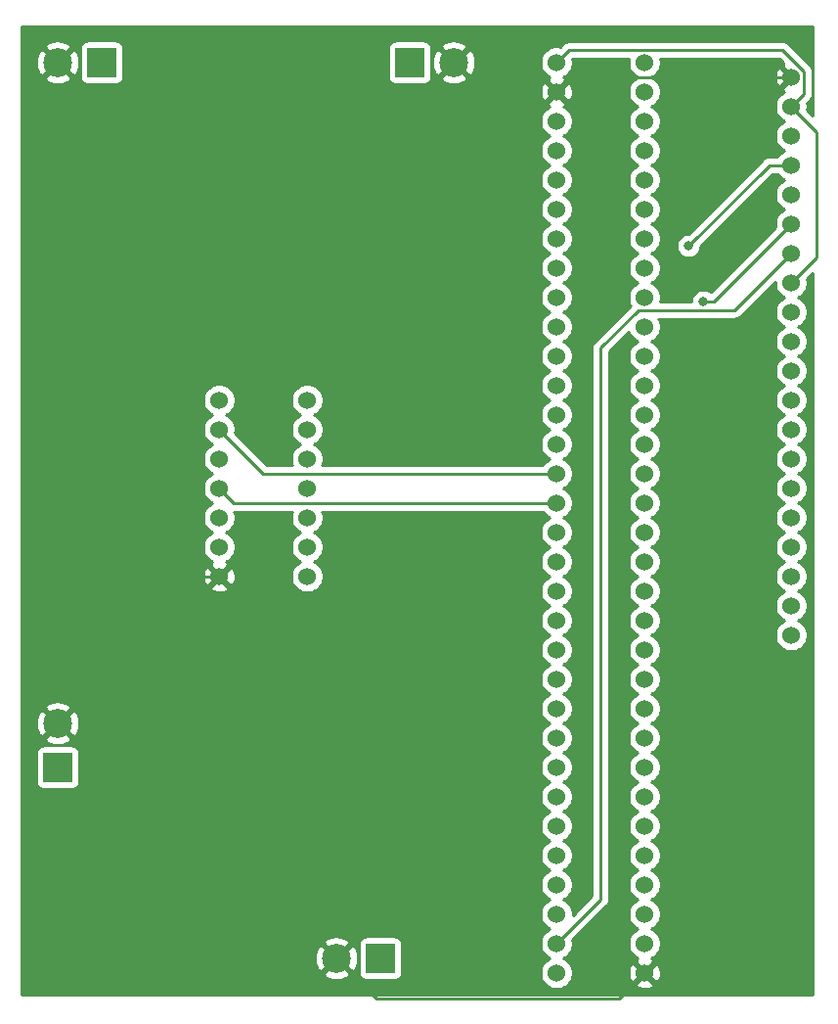
<source format=gbl>
G04 #@! TF.GenerationSoftware,KiCad,Pcbnew,(5.1.0)-1*
G04 #@! TF.CreationDate,2019-04-18T19:34:27-04:00*
G04 #@! TF.ProjectId,Gen1,47656e31-2e6b-4696-9361-645f70636258,1*
G04 #@! TF.SameCoordinates,Original*
G04 #@! TF.FileFunction,Copper,L2,Bot*
G04 #@! TF.FilePolarity,Positive*
%FSLAX46Y46*%
G04 Gerber Fmt 4.6, Leading zero omitted, Abs format (unit mm)*
G04 Created by KiCad (PCBNEW (5.1.0)-1) date 2019-04-18 19:34:27*
%MOMM*%
%LPD*%
G04 APERTURE LIST*
%ADD10C,1.524000*%
%ADD11C,2.499360*%
%ADD12R,2.499360X2.499360*%
%ADD13C,0.800000*%
%ADD14C,0.250000*%
%ADD15C,0.254000*%
G04 APERTURE END LIST*
D10*
X67310000Y-35560000D03*
X67310000Y-38100000D03*
X67310000Y-40640000D03*
X67310000Y-45720000D03*
X67310000Y-43180000D03*
X67310000Y-48260000D03*
X67310000Y-50800000D03*
X67310000Y-53340000D03*
X67310000Y-55880000D03*
X67310000Y-58420000D03*
X67310000Y-60960000D03*
X67310000Y-63500000D03*
X67310000Y-66040000D03*
X67310000Y-68580000D03*
X67310000Y-71120000D03*
X67310000Y-73660000D03*
X67310000Y-76200000D03*
X67310000Y-78740000D03*
X67310000Y-81280000D03*
X67310000Y-83820000D03*
X67310000Y-86360000D03*
X67310000Y-88900000D03*
X67310000Y-91440000D03*
X67310000Y-93980000D03*
X67310000Y-96520000D03*
X67310000Y-99060000D03*
X67310000Y-101600000D03*
X67310000Y-104140000D03*
X67310000Y-106680000D03*
X67310000Y-109220000D03*
X67310000Y-111760000D03*
X67310000Y-114300000D03*
X59690000Y-114300000D03*
X59690000Y-111760000D03*
X59690000Y-109220000D03*
X59690000Y-106680000D03*
X59690000Y-104140000D03*
X59690000Y-101600000D03*
X59690000Y-99060000D03*
X59690000Y-96520000D03*
X59690000Y-93980000D03*
X59690000Y-91440000D03*
X59690000Y-88900000D03*
X59690000Y-86360000D03*
X59690000Y-83820000D03*
X59690000Y-81280000D03*
X59690000Y-78740000D03*
X59690000Y-76200000D03*
X59690000Y-73660000D03*
X59690000Y-71120000D03*
X59690000Y-68580000D03*
X59690000Y-66040000D03*
X59690000Y-63500000D03*
X59690000Y-60960000D03*
X59690000Y-58420000D03*
X59690000Y-55880000D03*
X59690000Y-53340000D03*
X59690000Y-50800000D03*
X59690000Y-48260000D03*
X59690000Y-43180000D03*
X59690000Y-45720000D03*
X59690000Y-40640000D03*
X59690000Y-38100000D03*
X59690000Y-35560000D03*
X30480000Y-64770000D03*
X38100000Y-64770000D03*
X30480000Y-67310000D03*
X38100000Y-67310000D03*
X30480000Y-69850000D03*
X38100000Y-69850000D03*
X30480000Y-72390000D03*
X38100000Y-72390000D03*
X30480000Y-74930000D03*
X38100000Y-74930000D03*
X30480000Y-77470000D03*
X38100000Y-77470000D03*
X30480000Y-80010000D03*
X38100000Y-80010000D03*
X80010000Y-85090000D03*
X80010000Y-82550000D03*
X80010000Y-80010000D03*
X80010000Y-77470000D03*
X80010000Y-74930000D03*
X80010000Y-72390000D03*
X80010000Y-69850000D03*
X80010000Y-67310000D03*
X80010000Y-64770000D03*
X80010000Y-59690000D03*
X80010000Y-62230000D03*
X80010000Y-57150000D03*
X80010000Y-54610000D03*
X80010000Y-52070000D03*
X80010000Y-49530000D03*
X80010000Y-46990000D03*
X80010000Y-44450000D03*
X80010000Y-41910000D03*
X80010000Y-39370000D03*
X80010000Y-36830000D03*
D11*
X16510000Y-35560000D03*
D12*
X20320000Y-35560000D03*
X46990000Y-35560000D03*
D11*
X50800000Y-35560000D03*
X16510000Y-92710000D03*
D12*
X16510000Y-96520000D03*
X44450000Y-113030000D03*
D11*
X40640000Y-113030000D03*
D13*
X17780000Y-80010000D03*
X71120000Y-51435000D03*
X72390000Y-56242001D03*
D14*
X41889679Y-114279679D02*
X40640000Y-113030000D01*
X44099990Y-116489990D02*
X41889679Y-114279679D01*
X65120010Y-116489990D02*
X44099990Y-116489990D01*
X67310000Y-114300000D02*
X65120010Y-116489990D01*
X60960000Y-36830000D02*
X59690000Y-38100000D01*
X80010000Y-36830000D02*
X60960000Y-36830000D01*
X17780000Y-80010000D02*
X30480000Y-80010000D01*
X59690000Y-111760000D02*
X63500000Y-107950000D01*
X79248001Y-52831999D02*
X80010000Y-52070000D01*
X75112999Y-56967001D02*
X79248001Y-52831999D01*
X66788239Y-56967001D02*
X75112999Y-56967001D01*
X63500000Y-60255240D02*
X66788239Y-56967001D01*
X63500000Y-107950000D02*
X63500000Y-60255240D01*
X80010000Y-44450000D02*
X78105000Y-44450000D01*
X78105000Y-44450000D02*
X71120000Y-51435000D01*
X73297999Y-56242001D02*
X80010000Y-49530000D01*
X72390000Y-56242001D02*
X73297999Y-56242001D01*
X80771999Y-40131999D02*
X80010000Y-39370000D01*
X82199990Y-41559990D02*
X80771999Y-40131999D01*
X82199990Y-52420010D02*
X82199990Y-41559990D01*
X80010000Y-54610000D02*
X82199990Y-52420010D01*
X60451999Y-34798001D02*
X59690000Y-35560000D01*
X60777001Y-34472999D02*
X60451999Y-34798001D01*
X79261761Y-34472999D02*
X60777001Y-34472999D01*
X81097001Y-36308239D02*
X79261761Y-34472999D01*
X81097001Y-38282999D02*
X81097001Y-36308239D01*
X80010000Y-39370000D02*
X81097001Y-38282999D01*
X31750000Y-73660000D02*
X59690000Y-73660000D01*
X30480000Y-72390000D02*
X31750000Y-73660000D01*
X34290000Y-71120000D02*
X59690000Y-71120000D01*
X30480000Y-67310000D02*
X34290000Y-71120000D01*
D15*
G36*
X81890000Y-40175199D02*
G01*
X81376372Y-39661571D01*
X81407000Y-39507592D01*
X81407000Y-39232408D01*
X81376372Y-39078430D01*
X81608005Y-38846797D01*
X81637002Y-38823000D01*
X81731975Y-38707275D01*
X81802547Y-38575246D01*
X81846004Y-38431985D01*
X81857001Y-38320332D01*
X81857001Y-38320331D01*
X81860678Y-38282999D01*
X81857001Y-38245666D01*
X81857001Y-36345561D01*
X81860677Y-36308238D01*
X81857001Y-36270915D01*
X81857001Y-36270906D01*
X81846004Y-36159253D01*
X81802547Y-36015992D01*
X81731975Y-35883963D01*
X81637002Y-35768238D01*
X81608004Y-35744440D01*
X79825565Y-33962002D01*
X79801762Y-33932998D01*
X79686037Y-33838025D01*
X79554008Y-33767453D01*
X79410747Y-33723996D01*
X79299094Y-33712999D01*
X79299083Y-33712999D01*
X79261761Y-33709323D01*
X79224439Y-33712999D01*
X60814323Y-33712999D01*
X60777000Y-33709323D01*
X60739677Y-33712999D01*
X60739668Y-33712999D01*
X60628015Y-33723996D01*
X60484754Y-33767453D01*
X60352725Y-33838025D01*
X60237000Y-33932998D01*
X60213197Y-33962002D01*
X59981571Y-34193628D01*
X59827592Y-34163000D01*
X59552408Y-34163000D01*
X59282510Y-34216686D01*
X59028273Y-34321995D01*
X58799465Y-34474880D01*
X58604880Y-34669465D01*
X58451995Y-34898273D01*
X58346686Y-35152510D01*
X58293000Y-35422408D01*
X58293000Y-35697592D01*
X58346686Y-35967490D01*
X58451995Y-36221727D01*
X58604880Y-36450535D01*
X58799465Y-36645120D01*
X59028273Y-36798005D01*
X59099943Y-36827692D01*
X59086977Y-36832364D01*
X58971020Y-36894344D01*
X58904040Y-37134435D01*
X59690000Y-37920395D01*
X60475960Y-37134435D01*
X60408980Y-36894344D01*
X60273240Y-36830515D01*
X60351727Y-36798005D01*
X60580535Y-36645120D01*
X60775120Y-36450535D01*
X60928005Y-36221727D01*
X61033314Y-35967490D01*
X61087000Y-35697592D01*
X61087000Y-35422408D01*
X61056372Y-35268429D01*
X61091802Y-35232999D01*
X65950676Y-35232999D01*
X65913000Y-35422408D01*
X65913000Y-35697592D01*
X65966686Y-35967490D01*
X66071995Y-36221727D01*
X66224880Y-36450535D01*
X66419465Y-36645120D01*
X66648273Y-36798005D01*
X66725515Y-36830000D01*
X66648273Y-36861995D01*
X66419465Y-37014880D01*
X66224880Y-37209465D01*
X66071995Y-37438273D01*
X65966686Y-37692510D01*
X65913000Y-37962408D01*
X65913000Y-38237592D01*
X65966686Y-38507490D01*
X66071995Y-38761727D01*
X66224880Y-38990535D01*
X66419465Y-39185120D01*
X66648273Y-39338005D01*
X66725515Y-39370000D01*
X66648273Y-39401995D01*
X66419465Y-39554880D01*
X66224880Y-39749465D01*
X66071995Y-39978273D01*
X65966686Y-40232510D01*
X65913000Y-40502408D01*
X65913000Y-40777592D01*
X65966686Y-41047490D01*
X66071995Y-41301727D01*
X66224880Y-41530535D01*
X66419465Y-41725120D01*
X66648273Y-41878005D01*
X66725515Y-41910000D01*
X66648273Y-41941995D01*
X66419465Y-42094880D01*
X66224880Y-42289465D01*
X66071995Y-42518273D01*
X65966686Y-42772510D01*
X65913000Y-43042408D01*
X65913000Y-43317592D01*
X65966686Y-43587490D01*
X66071995Y-43841727D01*
X66224880Y-44070535D01*
X66419465Y-44265120D01*
X66648273Y-44418005D01*
X66725515Y-44450000D01*
X66648273Y-44481995D01*
X66419465Y-44634880D01*
X66224880Y-44829465D01*
X66071995Y-45058273D01*
X65966686Y-45312510D01*
X65913000Y-45582408D01*
X65913000Y-45857592D01*
X65966686Y-46127490D01*
X66071995Y-46381727D01*
X66224880Y-46610535D01*
X66419465Y-46805120D01*
X66648273Y-46958005D01*
X66725515Y-46990000D01*
X66648273Y-47021995D01*
X66419465Y-47174880D01*
X66224880Y-47369465D01*
X66071995Y-47598273D01*
X65966686Y-47852510D01*
X65913000Y-48122408D01*
X65913000Y-48397592D01*
X65966686Y-48667490D01*
X66071995Y-48921727D01*
X66224880Y-49150535D01*
X66419465Y-49345120D01*
X66648273Y-49498005D01*
X66725515Y-49530000D01*
X66648273Y-49561995D01*
X66419465Y-49714880D01*
X66224880Y-49909465D01*
X66071995Y-50138273D01*
X65966686Y-50392510D01*
X65913000Y-50662408D01*
X65913000Y-50937592D01*
X65966686Y-51207490D01*
X66071995Y-51461727D01*
X66224880Y-51690535D01*
X66419465Y-51885120D01*
X66648273Y-52038005D01*
X66725515Y-52070000D01*
X66648273Y-52101995D01*
X66419465Y-52254880D01*
X66224880Y-52449465D01*
X66071995Y-52678273D01*
X65966686Y-52932510D01*
X65913000Y-53202408D01*
X65913000Y-53477592D01*
X65966686Y-53747490D01*
X66071995Y-54001727D01*
X66224880Y-54230535D01*
X66419465Y-54425120D01*
X66648273Y-54578005D01*
X66725515Y-54610000D01*
X66648273Y-54641995D01*
X66419465Y-54794880D01*
X66224880Y-54989465D01*
X66071995Y-55218273D01*
X65966686Y-55472510D01*
X65913000Y-55742408D01*
X65913000Y-56017592D01*
X65966686Y-56287490D01*
X66071995Y-56541727D01*
X66098718Y-56581720D01*
X62988998Y-59691441D01*
X62960000Y-59715239D01*
X62936202Y-59744237D01*
X62936201Y-59744238D01*
X62865026Y-59830964D01*
X62794454Y-59962994D01*
X62764180Y-60062798D01*
X62753657Y-60097490D01*
X62750998Y-60106255D01*
X62736324Y-60255240D01*
X62740001Y-60292573D01*
X62740000Y-107635198D01*
X61087000Y-109288198D01*
X61087000Y-109082408D01*
X61033314Y-108812510D01*
X60928005Y-108558273D01*
X60775120Y-108329465D01*
X60580535Y-108134880D01*
X60351727Y-107981995D01*
X60274485Y-107950000D01*
X60351727Y-107918005D01*
X60580535Y-107765120D01*
X60775120Y-107570535D01*
X60928005Y-107341727D01*
X61033314Y-107087490D01*
X61087000Y-106817592D01*
X61087000Y-106542408D01*
X61033314Y-106272510D01*
X60928005Y-106018273D01*
X60775120Y-105789465D01*
X60580535Y-105594880D01*
X60351727Y-105441995D01*
X60274485Y-105410000D01*
X60351727Y-105378005D01*
X60580535Y-105225120D01*
X60775120Y-105030535D01*
X60928005Y-104801727D01*
X61033314Y-104547490D01*
X61087000Y-104277592D01*
X61087000Y-104002408D01*
X61033314Y-103732510D01*
X60928005Y-103478273D01*
X60775120Y-103249465D01*
X60580535Y-103054880D01*
X60351727Y-102901995D01*
X60274485Y-102870000D01*
X60351727Y-102838005D01*
X60580535Y-102685120D01*
X60775120Y-102490535D01*
X60928005Y-102261727D01*
X61033314Y-102007490D01*
X61087000Y-101737592D01*
X61087000Y-101462408D01*
X61033314Y-101192510D01*
X60928005Y-100938273D01*
X60775120Y-100709465D01*
X60580535Y-100514880D01*
X60351727Y-100361995D01*
X60274485Y-100330000D01*
X60351727Y-100298005D01*
X60580535Y-100145120D01*
X60775120Y-99950535D01*
X60928005Y-99721727D01*
X61033314Y-99467490D01*
X61087000Y-99197592D01*
X61087000Y-98922408D01*
X61033314Y-98652510D01*
X60928005Y-98398273D01*
X60775120Y-98169465D01*
X60580535Y-97974880D01*
X60351727Y-97821995D01*
X60274485Y-97790000D01*
X60351727Y-97758005D01*
X60580535Y-97605120D01*
X60775120Y-97410535D01*
X60928005Y-97181727D01*
X61033314Y-96927490D01*
X61087000Y-96657592D01*
X61087000Y-96382408D01*
X61033314Y-96112510D01*
X60928005Y-95858273D01*
X60775120Y-95629465D01*
X60580535Y-95434880D01*
X60351727Y-95281995D01*
X60274485Y-95250000D01*
X60351727Y-95218005D01*
X60580535Y-95065120D01*
X60775120Y-94870535D01*
X60928005Y-94641727D01*
X61033314Y-94387490D01*
X61087000Y-94117592D01*
X61087000Y-93842408D01*
X61033314Y-93572510D01*
X60928005Y-93318273D01*
X60775120Y-93089465D01*
X60580535Y-92894880D01*
X60351727Y-92741995D01*
X60274485Y-92710000D01*
X60351727Y-92678005D01*
X60580535Y-92525120D01*
X60775120Y-92330535D01*
X60928005Y-92101727D01*
X61033314Y-91847490D01*
X61087000Y-91577592D01*
X61087000Y-91302408D01*
X61033314Y-91032510D01*
X60928005Y-90778273D01*
X60775120Y-90549465D01*
X60580535Y-90354880D01*
X60351727Y-90201995D01*
X60274485Y-90170000D01*
X60351727Y-90138005D01*
X60580535Y-89985120D01*
X60775120Y-89790535D01*
X60928005Y-89561727D01*
X61033314Y-89307490D01*
X61087000Y-89037592D01*
X61087000Y-88762408D01*
X61033314Y-88492510D01*
X60928005Y-88238273D01*
X60775120Y-88009465D01*
X60580535Y-87814880D01*
X60351727Y-87661995D01*
X60274485Y-87630000D01*
X60351727Y-87598005D01*
X60580535Y-87445120D01*
X60775120Y-87250535D01*
X60928005Y-87021727D01*
X61033314Y-86767490D01*
X61087000Y-86497592D01*
X61087000Y-86222408D01*
X61033314Y-85952510D01*
X60928005Y-85698273D01*
X60775120Y-85469465D01*
X60580535Y-85274880D01*
X60351727Y-85121995D01*
X60274485Y-85090000D01*
X60351727Y-85058005D01*
X60580535Y-84905120D01*
X60775120Y-84710535D01*
X60928005Y-84481727D01*
X61033314Y-84227490D01*
X61087000Y-83957592D01*
X61087000Y-83682408D01*
X61033314Y-83412510D01*
X60928005Y-83158273D01*
X60775120Y-82929465D01*
X60580535Y-82734880D01*
X60351727Y-82581995D01*
X60274485Y-82550000D01*
X60351727Y-82518005D01*
X60580535Y-82365120D01*
X60775120Y-82170535D01*
X60928005Y-81941727D01*
X61033314Y-81687490D01*
X61087000Y-81417592D01*
X61087000Y-81142408D01*
X61033314Y-80872510D01*
X60928005Y-80618273D01*
X60775120Y-80389465D01*
X60580535Y-80194880D01*
X60351727Y-80041995D01*
X60274485Y-80010000D01*
X60351727Y-79978005D01*
X60580535Y-79825120D01*
X60775120Y-79630535D01*
X60928005Y-79401727D01*
X61033314Y-79147490D01*
X61087000Y-78877592D01*
X61087000Y-78602408D01*
X61033314Y-78332510D01*
X60928005Y-78078273D01*
X60775120Y-77849465D01*
X60580535Y-77654880D01*
X60351727Y-77501995D01*
X60274485Y-77470000D01*
X60351727Y-77438005D01*
X60580535Y-77285120D01*
X60775120Y-77090535D01*
X60928005Y-76861727D01*
X61033314Y-76607490D01*
X61087000Y-76337592D01*
X61087000Y-76062408D01*
X61033314Y-75792510D01*
X60928005Y-75538273D01*
X60775120Y-75309465D01*
X60580535Y-75114880D01*
X60351727Y-74961995D01*
X60274485Y-74930000D01*
X60351727Y-74898005D01*
X60580535Y-74745120D01*
X60775120Y-74550535D01*
X60928005Y-74321727D01*
X61033314Y-74067490D01*
X61087000Y-73797592D01*
X61087000Y-73522408D01*
X61033314Y-73252510D01*
X60928005Y-72998273D01*
X60775120Y-72769465D01*
X60580535Y-72574880D01*
X60351727Y-72421995D01*
X60274485Y-72390000D01*
X60351727Y-72358005D01*
X60580535Y-72205120D01*
X60775120Y-72010535D01*
X60928005Y-71781727D01*
X61033314Y-71527490D01*
X61087000Y-71257592D01*
X61087000Y-70982408D01*
X61033314Y-70712510D01*
X60928005Y-70458273D01*
X60775120Y-70229465D01*
X60580535Y-70034880D01*
X60351727Y-69881995D01*
X60274485Y-69850000D01*
X60351727Y-69818005D01*
X60580535Y-69665120D01*
X60775120Y-69470535D01*
X60928005Y-69241727D01*
X61033314Y-68987490D01*
X61087000Y-68717592D01*
X61087000Y-68442408D01*
X61033314Y-68172510D01*
X60928005Y-67918273D01*
X60775120Y-67689465D01*
X60580535Y-67494880D01*
X60351727Y-67341995D01*
X60274485Y-67310000D01*
X60351727Y-67278005D01*
X60580535Y-67125120D01*
X60775120Y-66930535D01*
X60928005Y-66701727D01*
X61033314Y-66447490D01*
X61087000Y-66177592D01*
X61087000Y-65902408D01*
X61033314Y-65632510D01*
X60928005Y-65378273D01*
X60775120Y-65149465D01*
X60580535Y-64954880D01*
X60351727Y-64801995D01*
X60274485Y-64770000D01*
X60351727Y-64738005D01*
X60580535Y-64585120D01*
X60775120Y-64390535D01*
X60928005Y-64161727D01*
X61033314Y-63907490D01*
X61087000Y-63637592D01*
X61087000Y-63362408D01*
X61033314Y-63092510D01*
X60928005Y-62838273D01*
X60775120Y-62609465D01*
X60580535Y-62414880D01*
X60351727Y-62261995D01*
X60274485Y-62230000D01*
X60351727Y-62198005D01*
X60580535Y-62045120D01*
X60775120Y-61850535D01*
X60928005Y-61621727D01*
X61033314Y-61367490D01*
X61087000Y-61097592D01*
X61087000Y-60822408D01*
X61033314Y-60552510D01*
X60928005Y-60298273D01*
X60775120Y-60069465D01*
X60580535Y-59874880D01*
X60351727Y-59721995D01*
X60274485Y-59690000D01*
X60351727Y-59658005D01*
X60580535Y-59505120D01*
X60775120Y-59310535D01*
X60928005Y-59081727D01*
X61033314Y-58827490D01*
X61087000Y-58557592D01*
X61087000Y-58282408D01*
X61033314Y-58012510D01*
X60928005Y-57758273D01*
X60775120Y-57529465D01*
X60580535Y-57334880D01*
X60351727Y-57181995D01*
X60274485Y-57150000D01*
X60351727Y-57118005D01*
X60580535Y-56965120D01*
X60775120Y-56770535D01*
X60928005Y-56541727D01*
X61033314Y-56287490D01*
X61087000Y-56017592D01*
X61087000Y-55742408D01*
X61033314Y-55472510D01*
X60928005Y-55218273D01*
X60775120Y-54989465D01*
X60580535Y-54794880D01*
X60351727Y-54641995D01*
X60274485Y-54610000D01*
X60351727Y-54578005D01*
X60580535Y-54425120D01*
X60775120Y-54230535D01*
X60928005Y-54001727D01*
X61033314Y-53747490D01*
X61087000Y-53477592D01*
X61087000Y-53202408D01*
X61033314Y-52932510D01*
X60928005Y-52678273D01*
X60775120Y-52449465D01*
X60580535Y-52254880D01*
X60351727Y-52101995D01*
X60274485Y-52070000D01*
X60351727Y-52038005D01*
X60580535Y-51885120D01*
X60775120Y-51690535D01*
X60928005Y-51461727D01*
X61033314Y-51207490D01*
X61087000Y-50937592D01*
X61087000Y-50662408D01*
X61033314Y-50392510D01*
X60928005Y-50138273D01*
X60775120Y-49909465D01*
X60580535Y-49714880D01*
X60351727Y-49561995D01*
X60274485Y-49530000D01*
X60351727Y-49498005D01*
X60580535Y-49345120D01*
X60775120Y-49150535D01*
X60928005Y-48921727D01*
X61033314Y-48667490D01*
X61087000Y-48397592D01*
X61087000Y-48122408D01*
X61033314Y-47852510D01*
X60928005Y-47598273D01*
X60775120Y-47369465D01*
X60580535Y-47174880D01*
X60351727Y-47021995D01*
X60274485Y-46990000D01*
X60351727Y-46958005D01*
X60580535Y-46805120D01*
X60775120Y-46610535D01*
X60928005Y-46381727D01*
X61033314Y-46127490D01*
X61087000Y-45857592D01*
X61087000Y-45582408D01*
X61033314Y-45312510D01*
X60928005Y-45058273D01*
X60775120Y-44829465D01*
X60580535Y-44634880D01*
X60351727Y-44481995D01*
X60274485Y-44450000D01*
X60351727Y-44418005D01*
X60580535Y-44265120D01*
X60775120Y-44070535D01*
X60928005Y-43841727D01*
X61033314Y-43587490D01*
X61087000Y-43317592D01*
X61087000Y-43042408D01*
X61033314Y-42772510D01*
X60928005Y-42518273D01*
X60775120Y-42289465D01*
X60580535Y-42094880D01*
X60351727Y-41941995D01*
X60274485Y-41910000D01*
X60351727Y-41878005D01*
X60580535Y-41725120D01*
X60775120Y-41530535D01*
X60928005Y-41301727D01*
X61033314Y-41047490D01*
X61087000Y-40777592D01*
X61087000Y-40502408D01*
X61033314Y-40232510D01*
X60928005Y-39978273D01*
X60775120Y-39749465D01*
X60580535Y-39554880D01*
X60351727Y-39401995D01*
X60280057Y-39372308D01*
X60293023Y-39367636D01*
X60408980Y-39305656D01*
X60475960Y-39065565D01*
X59690000Y-38279605D01*
X58904040Y-39065565D01*
X58971020Y-39305656D01*
X59106760Y-39369485D01*
X59028273Y-39401995D01*
X58799465Y-39554880D01*
X58604880Y-39749465D01*
X58451995Y-39978273D01*
X58346686Y-40232510D01*
X58293000Y-40502408D01*
X58293000Y-40777592D01*
X58346686Y-41047490D01*
X58451995Y-41301727D01*
X58604880Y-41530535D01*
X58799465Y-41725120D01*
X59028273Y-41878005D01*
X59105515Y-41910000D01*
X59028273Y-41941995D01*
X58799465Y-42094880D01*
X58604880Y-42289465D01*
X58451995Y-42518273D01*
X58346686Y-42772510D01*
X58293000Y-43042408D01*
X58293000Y-43317592D01*
X58346686Y-43587490D01*
X58451995Y-43841727D01*
X58604880Y-44070535D01*
X58799465Y-44265120D01*
X59028273Y-44418005D01*
X59105515Y-44450000D01*
X59028273Y-44481995D01*
X58799465Y-44634880D01*
X58604880Y-44829465D01*
X58451995Y-45058273D01*
X58346686Y-45312510D01*
X58293000Y-45582408D01*
X58293000Y-45857592D01*
X58346686Y-46127490D01*
X58451995Y-46381727D01*
X58604880Y-46610535D01*
X58799465Y-46805120D01*
X59028273Y-46958005D01*
X59105515Y-46990000D01*
X59028273Y-47021995D01*
X58799465Y-47174880D01*
X58604880Y-47369465D01*
X58451995Y-47598273D01*
X58346686Y-47852510D01*
X58293000Y-48122408D01*
X58293000Y-48397592D01*
X58346686Y-48667490D01*
X58451995Y-48921727D01*
X58604880Y-49150535D01*
X58799465Y-49345120D01*
X59028273Y-49498005D01*
X59105515Y-49530000D01*
X59028273Y-49561995D01*
X58799465Y-49714880D01*
X58604880Y-49909465D01*
X58451995Y-50138273D01*
X58346686Y-50392510D01*
X58293000Y-50662408D01*
X58293000Y-50937592D01*
X58346686Y-51207490D01*
X58451995Y-51461727D01*
X58604880Y-51690535D01*
X58799465Y-51885120D01*
X59028273Y-52038005D01*
X59105515Y-52070000D01*
X59028273Y-52101995D01*
X58799465Y-52254880D01*
X58604880Y-52449465D01*
X58451995Y-52678273D01*
X58346686Y-52932510D01*
X58293000Y-53202408D01*
X58293000Y-53477592D01*
X58346686Y-53747490D01*
X58451995Y-54001727D01*
X58604880Y-54230535D01*
X58799465Y-54425120D01*
X59028273Y-54578005D01*
X59105515Y-54610000D01*
X59028273Y-54641995D01*
X58799465Y-54794880D01*
X58604880Y-54989465D01*
X58451995Y-55218273D01*
X58346686Y-55472510D01*
X58293000Y-55742408D01*
X58293000Y-56017592D01*
X58346686Y-56287490D01*
X58451995Y-56541727D01*
X58604880Y-56770535D01*
X58799465Y-56965120D01*
X59028273Y-57118005D01*
X59105515Y-57150000D01*
X59028273Y-57181995D01*
X58799465Y-57334880D01*
X58604880Y-57529465D01*
X58451995Y-57758273D01*
X58346686Y-58012510D01*
X58293000Y-58282408D01*
X58293000Y-58557592D01*
X58346686Y-58827490D01*
X58451995Y-59081727D01*
X58604880Y-59310535D01*
X58799465Y-59505120D01*
X59028273Y-59658005D01*
X59105515Y-59690000D01*
X59028273Y-59721995D01*
X58799465Y-59874880D01*
X58604880Y-60069465D01*
X58451995Y-60298273D01*
X58346686Y-60552510D01*
X58293000Y-60822408D01*
X58293000Y-61097592D01*
X58346686Y-61367490D01*
X58451995Y-61621727D01*
X58604880Y-61850535D01*
X58799465Y-62045120D01*
X59028273Y-62198005D01*
X59105515Y-62230000D01*
X59028273Y-62261995D01*
X58799465Y-62414880D01*
X58604880Y-62609465D01*
X58451995Y-62838273D01*
X58346686Y-63092510D01*
X58293000Y-63362408D01*
X58293000Y-63637592D01*
X58346686Y-63907490D01*
X58451995Y-64161727D01*
X58604880Y-64390535D01*
X58799465Y-64585120D01*
X59028273Y-64738005D01*
X59105515Y-64770000D01*
X59028273Y-64801995D01*
X58799465Y-64954880D01*
X58604880Y-65149465D01*
X58451995Y-65378273D01*
X58346686Y-65632510D01*
X58293000Y-65902408D01*
X58293000Y-66177592D01*
X58346686Y-66447490D01*
X58451995Y-66701727D01*
X58604880Y-66930535D01*
X58799465Y-67125120D01*
X59028273Y-67278005D01*
X59105515Y-67310000D01*
X59028273Y-67341995D01*
X58799465Y-67494880D01*
X58604880Y-67689465D01*
X58451995Y-67918273D01*
X58346686Y-68172510D01*
X58293000Y-68442408D01*
X58293000Y-68717592D01*
X58346686Y-68987490D01*
X58451995Y-69241727D01*
X58604880Y-69470535D01*
X58799465Y-69665120D01*
X59028273Y-69818005D01*
X59105515Y-69850000D01*
X59028273Y-69881995D01*
X58799465Y-70034880D01*
X58604880Y-70229465D01*
X58517659Y-70360000D01*
X39400853Y-70360000D01*
X39443314Y-70257490D01*
X39497000Y-69987592D01*
X39497000Y-69712408D01*
X39443314Y-69442510D01*
X39338005Y-69188273D01*
X39185120Y-68959465D01*
X38990535Y-68764880D01*
X38761727Y-68611995D01*
X38684485Y-68580000D01*
X38761727Y-68548005D01*
X38990535Y-68395120D01*
X39185120Y-68200535D01*
X39338005Y-67971727D01*
X39443314Y-67717490D01*
X39497000Y-67447592D01*
X39497000Y-67172408D01*
X39443314Y-66902510D01*
X39338005Y-66648273D01*
X39185120Y-66419465D01*
X38990535Y-66224880D01*
X38761727Y-66071995D01*
X38684485Y-66040000D01*
X38761727Y-66008005D01*
X38990535Y-65855120D01*
X39185120Y-65660535D01*
X39338005Y-65431727D01*
X39443314Y-65177490D01*
X39497000Y-64907592D01*
X39497000Y-64632408D01*
X39443314Y-64362510D01*
X39338005Y-64108273D01*
X39185120Y-63879465D01*
X38990535Y-63684880D01*
X38761727Y-63531995D01*
X38507490Y-63426686D01*
X38237592Y-63373000D01*
X37962408Y-63373000D01*
X37692510Y-63426686D01*
X37438273Y-63531995D01*
X37209465Y-63684880D01*
X37014880Y-63879465D01*
X36861995Y-64108273D01*
X36756686Y-64362510D01*
X36703000Y-64632408D01*
X36703000Y-64907592D01*
X36756686Y-65177490D01*
X36861995Y-65431727D01*
X37014880Y-65660535D01*
X37209465Y-65855120D01*
X37438273Y-66008005D01*
X37515515Y-66040000D01*
X37438273Y-66071995D01*
X37209465Y-66224880D01*
X37014880Y-66419465D01*
X36861995Y-66648273D01*
X36756686Y-66902510D01*
X36703000Y-67172408D01*
X36703000Y-67447592D01*
X36756686Y-67717490D01*
X36861995Y-67971727D01*
X37014880Y-68200535D01*
X37209465Y-68395120D01*
X37438273Y-68548005D01*
X37515515Y-68580000D01*
X37438273Y-68611995D01*
X37209465Y-68764880D01*
X37014880Y-68959465D01*
X36861995Y-69188273D01*
X36756686Y-69442510D01*
X36703000Y-69712408D01*
X36703000Y-69987592D01*
X36756686Y-70257490D01*
X36799147Y-70360000D01*
X34604802Y-70360000D01*
X31846372Y-67601571D01*
X31877000Y-67447592D01*
X31877000Y-67172408D01*
X31823314Y-66902510D01*
X31718005Y-66648273D01*
X31565120Y-66419465D01*
X31370535Y-66224880D01*
X31141727Y-66071995D01*
X31064485Y-66040000D01*
X31141727Y-66008005D01*
X31370535Y-65855120D01*
X31565120Y-65660535D01*
X31718005Y-65431727D01*
X31823314Y-65177490D01*
X31877000Y-64907592D01*
X31877000Y-64632408D01*
X31823314Y-64362510D01*
X31718005Y-64108273D01*
X31565120Y-63879465D01*
X31370535Y-63684880D01*
X31141727Y-63531995D01*
X30887490Y-63426686D01*
X30617592Y-63373000D01*
X30342408Y-63373000D01*
X30072510Y-63426686D01*
X29818273Y-63531995D01*
X29589465Y-63684880D01*
X29394880Y-63879465D01*
X29241995Y-64108273D01*
X29136686Y-64362510D01*
X29083000Y-64632408D01*
X29083000Y-64907592D01*
X29136686Y-65177490D01*
X29241995Y-65431727D01*
X29394880Y-65660535D01*
X29589465Y-65855120D01*
X29818273Y-66008005D01*
X29895515Y-66040000D01*
X29818273Y-66071995D01*
X29589465Y-66224880D01*
X29394880Y-66419465D01*
X29241995Y-66648273D01*
X29136686Y-66902510D01*
X29083000Y-67172408D01*
X29083000Y-67447592D01*
X29136686Y-67717490D01*
X29241995Y-67971727D01*
X29394880Y-68200535D01*
X29589465Y-68395120D01*
X29818273Y-68548005D01*
X29895515Y-68580000D01*
X29818273Y-68611995D01*
X29589465Y-68764880D01*
X29394880Y-68959465D01*
X29241995Y-69188273D01*
X29136686Y-69442510D01*
X29083000Y-69712408D01*
X29083000Y-69987592D01*
X29136686Y-70257490D01*
X29241995Y-70511727D01*
X29394880Y-70740535D01*
X29589465Y-70935120D01*
X29818273Y-71088005D01*
X29895515Y-71120000D01*
X29818273Y-71151995D01*
X29589465Y-71304880D01*
X29394880Y-71499465D01*
X29241995Y-71728273D01*
X29136686Y-71982510D01*
X29083000Y-72252408D01*
X29083000Y-72527592D01*
X29136686Y-72797490D01*
X29241995Y-73051727D01*
X29394880Y-73280535D01*
X29589465Y-73475120D01*
X29818273Y-73628005D01*
X29895515Y-73660000D01*
X29818273Y-73691995D01*
X29589465Y-73844880D01*
X29394880Y-74039465D01*
X29241995Y-74268273D01*
X29136686Y-74522510D01*
X29083000Y-74792408D01*
X29083000Y-75067592D01*
X29136686Y-75337490D01*
X29241995Y-75591727D01*
X29394880Y-75820535D01*
X29589465Y-76015120D01*
X29818273Y-76168005D01*
X29895515Y-76200000D01*
X29818273Y-76231995D01*
X29589465Y-76384880D01*
X29394880Y-76579465D01*
X29241995Y-76808273D01*
X29136686Y-77062510D01*
X29083000Y-77332408D01*
X29083000Y-77607592D01*
X29136686Y-77877490D01*
X29241995Y-78131727D01*
X29394880Y-78360535D01*
X29589465Y-78555120D01*
X29818273Y-78708005D01*
X29889943Y-78737692D01*
X29876977Y-78742364D01*
X29761020Y-78804344D01*
X29694040Y-79044435D01*
X30480000Y-79830395D01*
X31265960Y-79044435D01*
X31198980Y-78804344D01*
X31063240Y-78740515D01*
X31141727Y-78708005D01*
X31370535Y-78555120D01*
X31565120Y-78360535D01*
X31718005Y-78131727D01*
X31823314Y-77877490D01*
X31877000Y-77607592D01*
X31877000Y-77332408D01*
X31823314Y-77062510D01*
X31718005Y-76808273D01*
X31565120Y-76579465D01*
X31370535Y-76384880D01*
X31141727Y-76231995D01*
X31064485Y-76200000D01*
X31141727Y-76168005D01*
X31370535Y-76015120D01*
X31565120Y-75820535D01*
X31718005Y-75591727D01*
X31823314Y-75337490D01*
X31877000Y-75067592D01*
X31877000Y-74792408D01*
X31823314Y-74522510D01*
X31781106Y-74420612D01*
X31787322Y-74420000D01*
X36799147Y-74420000D01*
X36756686Y-74522510D01*
X36703000Y-74792408D01*
X36703000Y-75067592D01*
X36756686Y-75337490D01*
X36861995Y-75591727D01*
X37014880Y-75820535D01*
X37209465Y-76015120D01*
X37438273Y-76168005D01*
X37515515Y-76200000D01*
X37438273Y-76231995D01*
X37209465Y-76384880D01*
X37014880Y-76579465D01*
X36861995Y-76808273D01*
X36756686Y-77062510D01*
X36703000Y-77332408D01*
X36703000Y-77607592D01*
X36756686Y-77877490D01*
X36861995Y-78131727D01*
X37014880Y-78360535D01*
X37209465Y-78555120D01*
X37438273Y-78708005D01*
X37515515Y-78740000D01*
X37438273Y-78771995D01*
X37209465Y-78924880D01*
X37014880Y-79119465D01*
X36861995Y-79348273D01*
X36756686Y-79602510D01*
X36703000Y-79872408D01*
X36703000Y-80147592D01*
X36756686Y-80417490D01*
X36861995Y-80671727D01*
X37014880Y-80900535D01*
X37209465Y-81095120D01*
X37438273Y-81248005D01*
X37692510Y-81353314D01*
X37962408Y-81407000D01*
X38237592Y-81407000D01*
X38507490Y-81353314D01*
X38761727Y-81248005D01*
X38990535Y-81095120D01*
X39185120Y-80900535D01*
X39338005Y-80671727D01*
X39443314Y-80417490D01*
X39497000Y-80147592D01*
X39497000Y-79872408D01*
X39443314Y-79602510D01*
X39338005Y-79348273D01*
X39185120Y-79119465D01*
X38990535Y-78924880D01*
X38761727Y-78771995D01*
X38684485Y-78740000D01*
X38761727Y-78708005D01*
X38990535Y-78555120D01*
X39185120Y-78360535D01*
X39338005Y-78131727D01*
X39443314Y-77877490D01*
X39497000Y-77607592D01*
X39497000Y-77332408D01*
X39443314Y-77062510D01*
X39338005Y-76808273D01*
X39185120Y-76579465D01*
X38990535Y-76384880D01*
X38761727Y-76231995D01*
X38684485Y-76200000D01*
X38761727Y-76168005D01*
X38990535Y-76015120D01*
X39185120Y-75820535D01*
X39338005Y-75591727D01*
X39443314Y-75337490D01*
X39497000Y-75067592D01*
X39497000Y-74792408D01*
X39443314Y-74522510D01*
X39400853Y-74420000D01*
X58517659Y-74420000D01*
X58604880Y-74550535D01*
X58799465Y-74745120D01*
X59028273Y-74898005D01*
X59105515Y-74930000D01*
X59028273Y-74961995D01*
X58799465Y-75114880D01*
X58604880Y-75309465D01*
X58451995Y-75538273D01*
X58346686Y-75792510D01*
X58293000Y-76062408D01*
X58293000Y-76337592D01*
X58346686Y-76607490D01*
X58451995Y-76861727D01*
X58604880Y-77090535D01*
X58799465Y-77285120D01*
X59028273Y-77438005D01*
X59105515Y-77470000D01*
X59028273Y-77501995D01*
X58799465Y-77654880D01*
X58604880Y-77849465D01*
X58451995Y-78078273D01*
X58346686Y-78332510D01*
X58293000Y-78602408D01*
X58293000Y-78877592D01*
X58346686Y-79147490D01*
X58451995Y-79401727D01*
X58604880Y-79630535D01*
X58799465Y-79825120D01*
X59028273Y-79978005D01*
X59105515Y-80010000D01*
X59028273Y-80041995D01*
X58799465Y-80194880D01*
X58604880Y-80389465D01*
X58451995Y-80618273D01*
X58346686Y-80872510D01*
X58293000Y-81142408D01*
X58293000Y-81417592D01*
X58346686Y-81687490D01*
X58451995Y-81941727D01*
X58604880Y-82170535D01*
X58799465Y-82365120D01*
X59028273Y-82518005D01*
X59105515Y-82550000D01*
X59028273Y-82581995D01*
X58799465Y-82734880D01*
X58604880Y-82929465D01*
X58451995Y-83158273D01*
X58346686Y-83412510D01*
X58293000Y-83682408D01*
X58293000Y-83957592D01*
X58346686Y-84227490D01*
X58451995Y-84481727D01*
X58604880Y-84710535D01*
X58799465Y-84905120D01*
X59028273Y-85058005D01*
X59105515Y-85090000D01*
X59028273Y-85121995D01*
X58799465Y-85274880D01*
X58604880Y-85469465D01*
X58451995Y-85698273D01*
X58346686Y-85952510D01*
X58293000Y-86222408D01*
X58293000Y-86497592D01*
X58346686Y-86767490D01*
X58451995Y-87021727D01*
X58604880Y-87250535D01*
X58799465Y-87445120D01*
X59028273Y-87598005D01*
X59105515Y-87630000D01*
X59028273Y-87661995D01*
X58799465Y-87814880D01*
X58604880Y-88009465D01*
X58451995Y-88238273D01*
X58346686Y-88492510D01*
X58293000Y-88762408D01*
X58293000Y-89037592D01*
X58346686Y-89307490D01*
X58451995Y-89561727D01*
X58604880Y-89790535D01*
X58799465Y-89985120D01*
X59028273Y-90138005D01*
X59105515Y-90170000D01*
X59028273Y-90201995D01*
X58799465Y-90354880D01*
X58604880Y-90549465D01*
X58451995Y-90778273D01*
X58346686Y-91032510D01*
X58293000Y-91302408D01*
X58293000Y-91577592D01*
X58346686Y-91847490D01*
X58451995Y-92101727D01*
X58604880Y-92330535D01*
X58799465Y-92525120D01*
X59028273Y-92678005D01*
X59105515Y-92710000D01*
X59028273Y-92741995D01*
X58799465Y-92894880D01*
X58604880Y-93089465D01*
X58451995Y-93318273D01*
X58346686Y-93572510D01*
X58293000Y-93842408D01*
X58293000Y-94117592D01*
X58346686Y-94387490D01*
X58451995Y-94641727D01*
X58604880Y-94870535D01*
X58799465Y-95065120D01*
X59028273Y-95218005D01*
X59105515Y-95250000D01*
X59028273Y-95281995D01*
X58799465Y-95434880D01*
X58604880Y-95629465D01*
X58451995Y-95858273D01*
X58346686Y-96112510D01*
X58293000Y-96382408D01*
X58293000Y-96657592D01*
X58346686Y-96927490D01*
X58451995Y-97181727D01*
X58604880Y-97410535D01*
X58799465Y-97605120D01*
X59028273Y-97758005D01*
X59105515Y-97790000D01*
X59028273Y-97821995D01*
X58799465Y-97974880D01*
X58604880Y-98169465D01*
X58451995Y-98398273D01*
X58346686Y-98652510D01*
X58293000Y-98922408D01*
X58293000Y-99197592D01*
X58346686Y-99467490D01*
X58451995Y-99721727D01*
X58604880Y-99950535D01*
X58799465Y-100145120D01*
X59028273Y-100298005D01*
X59105515Y-100330000D01*
X59028273Y-100361995D01*
X58799465Y-100514880D01*
X58604880Y-100709465D01*
X58451995Y-100938273D01*
X58346686Y-101192510D01*
X58293000Y-101462408D01*
X58293000Y-101737592D01*
X58346686Y-102007490D01*
X58451995Y-102261727D01*
X58604880Y-102490535D01*
X58799465Y-102685120D01*
X59028273Y-102838005D01*
X59105515Y-102870000D01*
X59028273Y-102901995D01*
X58799465Y-103054880D01*
X58604880Y-103249465D01*
X58451995Y-103478273D01*
X58346686Y-103732510D01*
X58293000Y-104002408D01*
X58293000Y-104277592D01*
X58346686Y-104547490D01*
X58451995Y-104801727D01*
X58604880Y-105030535D01*
X58799465Y-105225120D01*
X59028273Y-105378005D01*
X59105515Y-105410000D01*
X59028273Y-105441995D01*
X58799465Y-105594880D01*
X58604880Y-105789465D01*
X58451995Y-106018273D01*
X58346686Y-106272510D01*
X58293000Y-106542408D01*
X58293000Y-106817592D01*
X58346686Y-107087490D01*
X58451995Y-107341727D01*
X58604880Y-107570535D01*
X58799465Y-107765120D01*
X59028273Y-107918005D01*
X59105515Y-107950000D01*
X59028273Y-107981995D01*
X58799465Y-108134880D01*
X58604880Y-108329465D01*
X58451995Y-108558273D01*
X58346686Y-108812510D01*
X58293000Y-109082408D01*
X58293000Y-109357592D01*
X58346686Y-109627490D01*
X58451995Y-109881727D01*
X58604880Y-110110535D01*
X58799465Y-110305120D01*
X59028273Y-110458005D01*
X59105515Y-110490000D01*
X59028273Y-110521995D01*
X58799465Y-110674880D01*
X58604880Y-110869465D01*
X58451995Y-111098273D01*
X58346686Y-111352510D01*
X58293000Y-111622408D01*
X58293000Y-111897592D01*
X58346686Y-112167490D01*
X58451995Y-112421727D01*
X58604880Y-112650535D01*
X58799465Y-112845120D01*
X59028273Y-112998005D01*
X59105515Y-113030000D01*
X59028273Y-113061995D01*
X58799465Y-113214880D01*
X58604880Y-113409465D01*
X58451995Y-113638273D01*
X58346686Y-113892510D01*
X58293000Y-114162408D01*
X58293000Y-114437592D01*
X58346686Y-114707490D01*
X58451995Y-114961727D01*
X58604880Y-115190535D01*
X58799465Y-115385120D01*
X59028273Y-115538005D01*
X59282510Y-115643314D01*
X59552408Y-115697000D01*
X59827592Y-115697000D01*
X60097490Y-115643314D01*
X60351727Y-115538005D01*
X60580535Y-115385120D01*
X60700090Y-115265565D01*
X66524040Y-115265565D01*
X66591020Y-115505656D01*
X66840048Y-115622756D01*
X67107135Y-115689023D01*
X67382017Y-115701910D01*
X67654133Y-115660922D01*
X67913023Y-115567636D01*
X68028980Y-115505656D01*
X68095960Y-115265565D01*
X67310000Y-114479605D01*
X66524040Y-115265565D01*
X60700090Y-115265565D01*
X60775120Y-115190535D01*
X60928005Y-114961727D01*
X61033314Y-114707490D01*
X61087000Y-114437592D01*
X61087000Y-114372017D01*
X65908090Y-114372017D01*
X65949078Y-114644133D01*
X66042364Y-114903023D01*
X66104344Y-115018980D01*
X66344435Y-115085960D01*
X67130395Y-114300000D01*
X67489605Y-114300000D01*
X68275565Y-115085960D01*
X68515656Y-115018980D01*
X68632756Y-114769952D01*
X68699023Y-114502865D01*
X68711910Y-114227983D01*
X68670922Y-113955867D01*
X68577636Y-113696977D01*
X68515656Y-113581020D01*
X68275565Y-113514040D01*
X67489605Y-114300000D01*
X67130395Y-114300000D01*
X66344435Y-113514040D01*
X66104344Y-113581020D01*
X65987244Y-113830048D01*
X65920977Y-114097135D01*
X65908090Y-114372017D01*
X61087000Y-114372017D01*
X61087000Y-114162408D01*
X61033314Y-113892510D01*
X60928005Y-113638273D01*
X60775120Y-113409465D01*
X60580535Y-113214880D01*
X60351727Y-113061995D01*
X60274485Y-113030000D01*
X60351727Y-112998005D01*
X60580535Y-112845120D01*
X60775120Y-112650535D01*
X60928005Y-112421727D01*
X61033314Y-112167490D01*
X61087000Y-111897592D01*
X61087000Y-111622408D01*
X61056372Y-111468429D01*
X64011004Y-108513798D01*
X64040001Y-108490001D01*
X64134974Y-108374276D01*
X64205546Y-108242247D01*
X64249003Y-108098986D01*
X64260000Y-107987333D01*
X64260000Y-107987325D01*
X64263676Y-107950000D01*
X64260000Y-107912675D01*
X64260000Y-60570041D01*
X65977191Y-58852851D01*
X66071995Y-59081727D01*
X66224880Y-59310535D01*
X66419465Y-59505120D01*
X66648273Y-59658005D01*
X66725515Y-59690000D01*
X66648273Y-59721995D01*
X66419465Y-59874880D01*
X66224880Y-60069465D01*
X66071995Y-60298273D01*
X65966686Y-60552510D01*
X65913000Y-60822408D01*
X65913000Y-61097592D01*
X65966686Y-61367490D01*
X66071995Y-61621727D01*
X66224880Y-61850535D01*
X66419465Y-62045120D01*
X66648273Y-62198005D01*
X66725515Y-62230000D01*
X66648273Y-62261995D01*
X66419465Y-62414880D01*
X66224880Y-62609465D01*
X66071995Y-62838273D01*
X65966686Y-63092510D01*
X65913000Y-63362408D01*
X65913000Y-63637592D01*
X65966686Y-63907490D01*
X66071995Y-64161727D01*
X66224880Y-64390535D01*
X66419465Y-64585120D01*
X66648273Y-64738005D01*
X66725515Y-64770000D01*
X66648273Y-64801995D01*
X66419465Y-64954880D01*
X66224880Y-65149465D01*
X66071995Y-65378273D01*
X65966686Y-65632510D01*
X65913000Y-65902408D01*
X65913000Y-66177592D01*
X65966686Y-66447490D01*
X66071995Y-66701727D01*
X66224880Y-66930535D01*
X66419465Y-67125120D01*
X66648273Y-67278005D01*
X66725515Y-67310000D01*
X66648273Y-67341995D01*
X66419465Y-67494880D01*
X66224880Y-67689465D01*
X66071995Y-67918273D01*
X65966686Y-68172510D01*
X65913000Y-68442408D01*
X65913000Y-68717592D01*
X65966686Y-68987490D01*
X66071995Y-69241727D01*
X66224880Y-69470535D01*
X66419465Y-69665120D01*
X66648273Y-69818005D01*
X66725515Y-69850000D01*
X66648273Y-69881995D01*
X66419465Y-70034880D01*
X66224880Y-70229465D01*
X66071995Y-70458273D01*
X65966686Y-70712510D01*
X65913000Y-70982408D01*
X65913000Y-71257592D01*
X65966686Y-71527490D01*
X66071995Y-71781727D01*
X66224880Y-72010535D01*
X66419465Y-72205120D01*
X66648273Y-72358005D01*
X66725515Y-72390000D01*
X66648273Y-72421995D01*
X66419465Y-72574880D01*
X66224880Y-72769465D01*
X66071995Y-72998273D01*
X65966686Y-73252510D01*
X65913000Y-73522408D01*
X65913000Y-73797592D01*
X65966686Y-74067490D01*
X66071995Y-74321727D01*
X66224880Y-74550535D01*
X66419465Y-74745120D01*
X66648273Y-74898005D01*
X66725515Y-74930000D01*
X66648273Y-74961995D01*
X66419465Y-75114880D01*
X66224880Y-75309465D01*
X66071995Y-75538273D01*
X65966686Y-75792510D01*
X65913000Y-76062408D01*
X65913000Y-76337592D01*
X65966686Y-76607490D01*
X66071995Y-76861727D01*
X66224880Y-77090535D01*
X66419465Y-77285120D01*
X66648273Y-77438005D01*
X66725515Y-77470000D01*
X66648273Y-77501995D01*
X66419465Y-77654880D01*
X66224880Y-77849465D01*
X66071995Y-78078273D01*
X65966686Y-78332510D01*
X65913000Y-78602408D01*
X65913000Y-78877592D01*
X65966686Y-79147490D01*
X66071995Y-79401727D01*
X66224880Y-79630535D01*
X66419465Y-79825120D01*
X66648273Y-79978005D01*
X66725515Y-80010000D01*
X66648273Y-80041995D01*
X66419465Y-80194880D01*
X66224880Y-80389465D01*
X66071995Y-80618273D01*
X65966686Y-80872510D01*
X65913000Y-81142408D01*
X65913000Y-81417592D01*
X65966686Y-81687490D01*
X66071995Y-81941727D01*
X66224880Y-82170535D01*
X66419465Y-82365120D01*
X66648273Y-82518005D01*
X66725515Y-82550000D01*
X66648273Y-82581995D01*
X66419465Y-82734880D01*
X66224880Y-82929465D01*
X66071995Y-83158273D01*
X65966686Y-83412510D01*
X65913000Y-83682408D01*
X65913000Y-83957592D01*
X65966686Y-84227490D01*
X66071995Y-84481727D01*
X66224880Y-84710535D01*
X66419465Y-84905120D01*
X66648273Y-85058005D01*
X66725515Y-85090000D01*
X66648273Y-85121995D01*
X66419465Y-85274880D01*
X66224880Y-85469465D01*
X66071995Y-85698273D01*
X65966686Y-85952510D01*
X65913000Y-86222408D01*
X65913000Y-86497592D01*
X65966686Y-86767490D01*
X66071995Y-87021727D01*
X66224880Y-87250535D01*
X66419465Y-87445120D01*
X66648273Y-87598005D01*
X66725515Y-87630000D01*
X66648273Y-87661995D01*
X66419465Y-87814880D01*
X66224880Y-88009465D01*
X66071995Y-88238273D01*
X65966686Y-88492510D01*
X65913000Y-88762408D01*
X65913000Y-89037592D01*
X65966686Y-89307490D01*
X66071995Y-89561727D01*
X66224880Y-89790535D01*
X66419465Y-89985120D01*
X66648273Y-90138005D01*
X66725515Y-90170000D01*
X66648273Y-90201995D01*
X66419465Y-90354880D01*
X66224880Y-90549465D01*
X66071995Y-90778273D01*
X65966686Y-91032510D01*
X65913000Y-91302408D01*
X65913000Y-91577592D01*
X65966686Y-91847490D01*
X66071995Y-92101727D01*
X66224880Y-92330535D01*
X66419465Y-92525120D01*
X66648273Y-92678005D01*
X66725515Y-92710000D01*
X66648273Y-92741995D01*
X66419465Y-92894880D01*
X66224880Y-93089465D01*
X66071995Y-93318273D01*
X65966686Y-93572510D01*
X65913000Y-93842408D01*
X65913000Y-94117592D01*
X65966686Y-94387490D01*
X66071995Y-94641727D01*
X66224880Y-94870535D01*
X66419465Y-95065120D01*
X66648273Y-95218005D01*
X66725515Y-95250000D01*
X66648273Y-95281995D01*
X66419465Y-95434880D01*
X66224880Y-95629465D01*
X66071995Y-95858273D01*
X65966686Y-96112510D01*
X65913000Y-96382408D01*
X65913000Y-96657592D01*
X65966686Y-96927490D01*
X66071995Y-97181727D01*
X66224880Y-97410535D01*
X66419465Y-97605120D01*
X66648273Y-97758005D01*
X66725515Y-97790000D01*
X66648273Y-97821995D01*
X66419465Y-97974880D01*
X66224880Y-98169465D01*
X66071995Y-98398273D01*
X65966686Y-98652510D01*
X65913000Y-98922408D01*
X65913000Y-99197592D01*
X65966686Y-99467490D01*
X66071995Y-99721727D01*
X66224880Y-99950535D01*
X66419465Y-100145120D01*
X66648273Y-100298005D01*
X66725515Y-100330000D01*
X66648273Y-100361995D01*
X66419465Y-100514880D01*
X66224880Y-100709465D01*
X66071995Y-100938273D01*
X65966686Y-101192510D01*
X65913000Y-101462408D01*
X65913000Y-101737592D01*
X65966686Y-102007490D01*
X66071995Y-102261727D01*
X66224880Y-102490535D01*
X66419465Y-102685120D01*
X66648273Y-102838005D01*
X66725515Y-102870000D01*
X66648273Y-102901995D01*
X66419465Y-103054880D01*
X66224880Y-103249465D01*
X66071995Y-103478273D01*
X65966686Y-103732510D01*
X65913000Y-104002408D01*
X65913000Y-104277592D01*
X65966686Y-104547490D01*
X66071995Y-104801727D01*
X66224880Y-105030535D01*
X66419465Y-105225120D01*
X66648273Y-105378005D01*
X66725515Y-105410000D01*
X66648273Y-105441995D01*
X66419465Y-105594880D01*
X66224880Y-105789465D01*
X66071995Y-106018273D01*
X65966686Y-106272510D01*
X65913000Y-106542408D01*
X65913000Y-106817592D01*
X65966686Y-107087490D01*
X66071995Y-107341727D01*
X66224880Y-107570535D01*
X66419465Y-107765120D01*
X66648273Y-107918005D01*
X66725515Y-107950000D01*
X66648273Y-107981995D01*
X66419465Y-108134880D01*
X66224880Y-108329465D01*
X66071995Y-108558273D01*
X65966686Y-108812510D01*
X65913000Y-109082408D01*
X65913000Y-109357592D01*
X65966686Y-109627490D01*
X66071995Y-109881727D01*
X66224880Y-110110535D01*
X66419465Y-110305120D01*
X66648273Y-110458005D01*
X66725515Y-110490000D01*
X66648273Y-110521995D01*
X66419465Y-110674880D01*
X66224880Y-110869465D01*
X66071995Y-111098273D01*
X65966686Y-111352510D01*
X65913000Y-111622408D01*
X65913000Y-111897592D01*
X65966686Y-112167490D01*
X66071995Y-112421727D01*
X66224880Y-112650535D01*
X66419465Y-112845120D01*
X66648273Y-112998005D01*
X66719943Y-113027692D01*
X66706977Y-113032364D01*
X66591020Y-113094344D01*
X66524040Y-113334435D01*
X67310000Y-114120395D01*
X68095960Y-113334435D01*
X68028980Y-113094344D01*
X67893240Y-113030515D01*
X67971727Y-112998005D01*
X68200535Y-112845120D01*
X68395120Y-112650535D01*
X68548005Y-112421727D01*
X68653314Y-112167490D01*
X68707000Y-111897592D01*
X68707000Y-111622408D01*
X68653314Y-111352510D01*
X68548005Y-111098273D01*
X68395120Y-110869465D01*
X68200535Y-110674880D01*
X67971727Y-110521995D01*
X67894485Y-110490000D01*
X67971727Y-110458005D01*
X68200535Y-110305120D01*
X68395120Y-110110535D01*
X68548005Y-109881727D01*
X68653314Y-109627490D01*
X68707000Y-109357592D01*
X68707000Y-109082408D01*
X68653314Y-108812510D01*
X68548005Y-108558273D01*
X68395120Y-108329465D01*
X68200535Y-108134880D01*
X67971727Y-107981995D01*
X67894485Y-107950000D01*
X67971727Y-107918005D01*
X68200535Y-107765120D01*
X68395120Y-107570535D01*
X68548005Y-107341727D01*
X68653314Y-107087490D01*
X68707000Y-106817592D01*
X68707000Y-106542408D01*
X68653314Y-106272510D01*
X68548005Y-106018273D01*
X68395120Y-105789465D01*
X68200535Y-105594880D01*
X67971727Y-105441995D01*
X67894485Y-105410000D01*
X67971727Y-105378005D01*
X68200535Y-105225120D01*
X68395120Y-105030535D01*
X68548005Y-104801727D01*
X68653314Y-104547490D01*
X68707000Y-104277592D01*
X68707000Y-104002408D01*
X68653314Y-103732510D01*
X68548005Y-103478273D01*
X68395120Y-103249465D01*
X68200535Y-103054880D01*
X67971727Y-102901995D01*
X67894485Y-102870000D01*
X67971727Y-102838005D01*
X68200535Y-102685120D01*
X68395120Y-102490535D01*
X68548005Y-102261727D01*
X68653314Y-102007490D01*
X68707000Y-101737592D01*
X68707000Y-101462408D01*
X68653314Y-101192510D01*
X68548005Y-100938273D01*
X68395120Y-100709465D01*
X68200535Y-100514880D01*
X67971727Y-100361995D01*
X67894485Y-100330000D01*
X67971727Y-100298005D01*
X68200535Y-100145120D01*
X68395120Y-99950535D01*
X68548005Y-99721727D01*
X68653314Y-99467490D01*
X68707000Y-99197592D01*
X68707000Y-98922408D01*
X68653314Y-98652510D01*
X68548005Y-98398273D01*
X68395120Y-98169465D01*
X68200535Y-97974880D01*
X67971727Y-97821995D01*
X67894485Y-97790000D01*
X67971727Y-97758005D01*
X68200535Y-97605120D01*
X68395120Y-97410535D01*
X68548005Y-97181727D01*
X68653314Y-96927490D01*
X68707000Y-96657592D01*
X68707000Y-96382408D01*
X68653314Y-96112510D01*
X68548005Y-95858273D01*
X68395120Y-95629465D01*
X68200535Y-95434880D01*
X67971727Y-95281995D01*
X67894485Y-95250000D01*
X67971727Y-95218005D01*
X68200535Y-95065120D01*
X68395120Y-94870535D01*
X68548005Y-94641727D01*
X68653314Y-94387490D01*
X68707000Y-94117592D01*
X68707000Y-93842408D01*
X68653314Y-93572510D01*
X68548005Y-93318273D01*
X68395120Y-93089465D01*
X68200535Y-92894880D01*
X67971727Y-92741995D01*
X67894485Y-92710000D01*
X67971727Y-92678005D01*
X68200535Y-92525120D01*
X68395120Y-92330535D01*
X68548005Y-92101727D01*
X68653314Y-91847490D01*
X68707000Y-91577592D01*
X68707000Y-91302408D01*
X68653314Y-91032510D01*
X68548005Y-90778273D01*
X68395120Y-90549465D01*
X68200535Y-90354880D01*
X67971727Y-90201995D01*
X67894485Y-90170000D01*
X67971727Y-90138005D01*
X68200535Y-89985120D01*
X68395120Y-89790535D01*
X68548005Y-89561727D01*
X68653314Y-89307490D01*
X68707000Y-89037592D01*
X68707000Y-88762408D01*
X68653314Y-88492510D01*
X68548005Y-88238273D01*
X68395120Y-88009465D01*
X68200535Y-87814880D01*
X67971727Y-87661995D01*
X67894485Y-87630000D01*
X67971727Y-87598005D01*
X68200535Y-87445120D01*
X68395120Y-87250535D01*
X68548005Y-87021727D01*
X68653314Y-86767490D01*
X68707000Y-86497592D01*
X68707000Y-86222408D01*
X68653314Y-85952510D01*
X68548005Y-85698273D01*
X68395120Y-85469465D01*
X68200535Y-85274880D01*
X67971727Y-85121995D01*
X67894485Y-85090000D01*
X67971727Y-85058005D01*
X68200535Y-84905120D01*
X68395120Y-84710535D01*
X68548005Y-84481727D01*
X68653314Y-84227490D01*
X68707000Y-83957592D01*
X68707000Y-83682408D01*
X68653314Y-83412510D01*
X68548005Y-83158273D01*
X68395120Y-82929465D01*
X68200535Y-82734880D01*
X67971727Y-82581995D01*
X67894485Y-82550000D01*
X67971727Y-82518005D01*
X68200535Y-82365120D01*
X68395120Y-82170535D01*
X68548005Y-81941727D01*
X68653314Y-81687490D01*
X68707000Y-81417592D01*
X68707000Y-81142408D01*
X68653314Y-80872510D01*
X68548005Y-80618273D01*
X68395120Y-80389465D01*
X68200535Y-80194880D01*
X67971727Y-80041995D01*
X67894485Y-80010000D01*
X67971727Y-79978005D01*
X68200535Y-79825120D01*
X68395120Y-79630535D01*
X68548005Y-79401727D01*
X68653314Y-79147490D01*
X68707000Y-78877592D01*
X68707000Y-78602408D01*
X68653314Y-78332510D01*
X68548005Y-78078273D01*
X68395120Y-77849465D01*
X68200535Y-77654880D01*
X67971727Y-77501995D01*
X67894485Y-77470000D01*
X67971727Y-77438005D01*
X68200535Y-77285120D01*
X68395120Y-77090535D01*
X68548005Y-76861727D01*
X68653314Y-76607490D01*
X68707000Y-76337592D01*
X68707000Y-76062408D01*
X68653314Y-75792510D01*
X68548005Y-75538273D01*
X68395120Y-75309465D01*
X68200535Y-75114880D01*
X67971727Y-74961995D01*
X67894485Y-74930000D01*
X67971727Y-74898005D01*
X68200535Y-74745120D01*
X68395120Y-74550535D01*
X68548005Y-74321727D01*
X68653314Y-74067490D01*
X68707000Y-73797592D01*
X68707000Y-73522408D01*
X68653314Y-73252510D01*
X68548005Y-72998273D01*
X68395120Y-72769465D01*
X68200535Y-72574880D01*
X67971727Y-72421995D01*
X67894485Y-72390000D01*
X67971727Y-72358005D01*
X68200535Y-72205120D01*
X68395120Y-72010535D01*
X68548005Y-71781727D01*
X68653314Y-71527490D01*
X68707000Y-71257592D01*
X68707000Y-70982408D01*
X68653314Y-70712510D01*
X68548005Y-70458273D01*
X68395120Y-70229465D01*
X68200535Y-70034880D01*
X67971727Y-69881995D01*
X67894485Y-69850000D01*
X67971727Y-69818005D01*
X68200535Y-69665120D01*
X68395120Y-69470535D01*
X68548005Y-69241727D01*
X68653314Y-68987490D01*
X68707000Y-68717592D01*
X68707000Y-68442408D01*
X68653314Y-68172510D01*
X68548005Y-67918273D01*
X68395120Y-67689465D01*
X68200535Y-67494880D01*
X67971727Y-67341995D01*
X67894485Y-67310000D01*
X67971727Y-67278005D01*
X68200535Y-67125120D01*
X68395120Y-66930535D01*
X68548005Y-66701727D01*
X68653314Y-66447490D01*
X68707000Y-66177592D01*
X68707000Y-65902408D01*
X68653314Y-65632510D01*
X68548005Y-65378273D01*
X68395120Y-65149465D01*
X68200535Y-64954880D01*
X67971727Y-64801995D01*
X67894485Y-64770000D01*
X67971727Y-64738005D01*
X68200535Y-64585120D01*
X68395120Y-64390535D01*
X68548005Y-64161727D01*
X68653314Y-63907490D01*
X68707000Y-63637592D01*
X68707000Y-63362408D01*
X68653314Y-63092510D01*
X68548005Y-62838273D01*
X68395120Y-62609465D01*
X68200535Y-62414880D01*
X67971727Y-62261995D01*
X67894485Y-62230000D01*
X67971727Y-62198005D01*
X68200535Y-62045120D01*
X68395120Y-61850535D01*
X68548005Y-61621727D01*
X68653314Y-61367490D01*
X68707000Y-61097592D01*
X68707000Y-60822408D01*
X68653314Y-60552510D01*
X68548005Y-60298273D01*
X68395120Y-60069465D01*
X68200535Y-59874880D01*
X67971727Y-59721995D01*
X67894485Y-59690000D01*
X67971727Y-59658005D01*
X68200535Y-59505120D01*
X68395120Y-59310535D01*
X68548005Y-59081727D01*
X68653314Y-58827490D01*
X68707000Y-58557592D01*
X68707000Y-58282408D01*
X68653314Y-58012510D01*
X68548005Y-57758273D01*
X68527110Y-57727001D01*
X75075677Y-57727001D01*
X75112999Y-57730677D01*
X75150321Y-57727001D01*
X75150332Y-57727001D01*
X75261985Y-57716004D01*
X75405246Y-57672547D01*
X75537275Y-57601975D01*
X75653000Y-57507002D01*
X75676803Y-57477998D01*
X78613000Y-54541802D01*
X78613000Y-54747592D01*
X78666686Y-55017490D01*
X78771995Y-55271727D01*
X78924880Y-55500535D01*
X79119465Y-55695120D01*
X79348273Y-55848005D01*
X79425515Y-55880000D01*
X79348273Y-55911995D01*
X79119465Y-56064880D01*
X78924880Y-56259465D01*
X78771995Y-56488273D01*
X78666686Y-56742510D01*
X78613000Y-57012408D01*
X78613000Y-57287592D01*
X78666686Y-57557490D01*
X78771995Y-57811727D01*
X78924880Y-58040535D01*
X79119465Y-58235120D01*
X79348273Y-58388005D01*
X79425515Y-58420000D01*
X79348273Y-58451995D01*
X79119465Y-58604880D01*
X78924880Y-58799465D01*
X78771995Y-59028273D01*
X78666686Y-59282510D01*
X78613000Y-59552408D01*
X78613000Y-59827592D01*
X78666686Y-60097490D01*
X78771995Y-60351727D01*
X78924880Y-60580535D01*
X79119465Y-60775120D01*
X79348273Y-60928005D01*
X79425515Y-60960000D01*
X79348273Y-60991995D01*
X79119465Y-61144880D01*
X78924880Y-61339465D01*
X78771995Y-61568273D01*
X78666686Y-61822510D01*
X78613000Y-62092408D01*
X78613000Y-62367592D01*
X78666686Y-62637490D01*
X78771995Y-62891727D01*
X78924880Y-63120535D01*
X79119465Y-63315120D01*
X79348273Y-63468005D01*
X79425515Y-63500000D01*
X79348273Y-63531995D01*
X79119465Y-63684880D01*
X78924880Y-63879465D01*
X78771995Y-64108273D01*
X78666686Y-64362510D01*
X78613000Y-64632408D01*
X78613000Y-64907592D01*
X78666686Y-65177490D01*
X78771995Y-65431727D01*
X78924880Y-65660535D01*
X79119465Y-65855120D01*
X79348273Y-66008005D01*
X79425515Y-66040000D01*
X79348273Y-66071995D01*
X79119465Y-66224880D01*
X78924880Y-66419465D01*
X78771995Y-66648273D01*
X78666686Y-66902510D01*
X78613000Y-67172408D01*
X78613000Y-67447592D01*
X78666686Y-67717490D01*
X78771995Y-67971727D01*
X78924880Y-68200535D01*
X79119465Y-68395120D01*
X79348273Y-68548005D01*
X79425515Y-68580000D01*
X79348273Y-68611995D01*
X79119465Y-68764880D01*
X78924880Y-68959465D01*
X78771995Y-69188273D01*
X78666686Y-69442510D01*
X78613000Y-69712408D01*
X78613000Y-69987592D01*
X78666686Y-70257490D01*
X78771995Y-70511727D01*
X78924880Y-70740535D01*
X79119465Y-70935120D01*
X79348273Y-71088005D01*
X79425515Y-71120000D01*
X79348273Y-71151995D01*
X79119465Y-71304880D01*
X78924880Y-71499465D01*
X78771995Y-71728273D01*
X78666686Y-71982510D01*
X78613000Y-72252408D01*
X78613000Y-72527592D01*
X78666686Y-72797490D01*
X78771995Y-73051727D01*
X78924880Y-73280535D01*
X79119465Y-73475120D01*
X79348273Y-73628005D01*
X79425515Y-73660000D01*
X79348273Y-73691995D01*
X79119465Y-73844880D01*
X78924880Y-74039465D01*
X78771995Y-74268273D01*
X78666686Y-74522510D01*
X78613000Y-74792408D01*
X78613000Y-75067592D01*
X78666686Y-75337490D01*
X78771995Y-75591727D01*
X78924880Y-75820535D01*
X79119465Y-76015120D01*
X79348273Y-76168005D01*
X79425515Y-76200000D01*
X79348273Y-76231995D01*
X79119465Y-76384880D01*
X78924880Y-76579465D01*
X78771995Y-76808273D01*
X78666686Y-77062510D01*
X78613000Y-77332408D01*
X78613000Y-77607592D01*
X78666686Y-77877490D01*
X78771995Y-78131727D01*
X78924880Y-78360535D01*
X79119465Y-78555120D01*
X79348273Y-78708005D01*
X79425515Y-78740000D01*
X79348273Y-78771995D01*
X79119465Y-78924880D01*
X78924880Y-79119465D01*
X78771995Y-79348273D01*
X78666686Y-79602510D01*
X78613000Y-79872408D01*
X78613000Y-80147592D01*
X78666686Y-80417490D01*
X78771995Y-80671727D01*
X78924880Y-80900535D01*
X79119465Y-81095120D01*
X79348273Y-81248005D01*
X79425515Y-81280000D01*
X79348273Y-81311995D01*
X79119465Y-81464880D01*
X78924880Y-81659465D01*
X78771995Y-81888273D01*
X78666686Y-82142510D01*
X78613000Y-82412408D01*
X78613000Y-82687592D01*
X78666686Y-82957490D01*
X78771995Y-83211727D01*
X78924880Y-83440535D01*
X79119465Y-83635120D01*
X79348273Y-83788005D01*
X79425515Y-83820000D01*
X79348273Y-83851995D01*
X79119465Y-84004880D01*
X78924880Y-84199465D01*
X78771995Y-84428273D01*
X78666686Y-84682510D01*
X78613000Y-84952408D01*
X78613000Y-85227592D01*
X78666686Y-85497490D01*
X78771995Y-85751727D01*
X78924880Y-85980535D01*
X79119465Y-86175120D01*
X79348273Y-86328005D01*
X79602510Y-86433314D01*
X79872408Y-86487000D01*
X80147592Y-86487000D01*
X80417490Y-86433314D01*
X80671727Y-86328005D01*
X80900535Y-86175120D01*
X81095120Y-85980535D01*
X81248005Y-85751727D01*
X81353314Y-85497490D01*
X81407000Y-85227592D01*
X81407000Y-84952408D01*
X81353314Y-84682510D01*
X81248005Y-84428273D01*
X81095120Y-84199465D01*
X80900535Y-84004880D01*
X80671727Y-83851995D01*
X80594485Y-83820000D01*
X80671727Y-83788005D01*
X80900535Y-83635120D01*
X81095120Y-83440535D01*
X81248005Y-83211727D01*
X81353314Y-82957490D01*
X81407000Y-82687592D01*
X81407000Y-82412408D01*
X81353314Y-82142510D01*
X81248005Y-81888273D01*
X81095120Y-81659465D01*
X80900535Y-81464880D01*
X80671727Y-81311995D01*
X80594485Y-81280000D01*
X80671727Y-81248005D01*
X80900535Y-81095120D01*
X81095120Y-80900535D01*
X81248005Y-80671727D01*
X81353314Y-80417490D01*
X81407000Y-80147592D01*
X81407000Y-79872408D01*
X81353314Y-79602510D01*
X81248005Y-79348273D01*
X81095120Y-79119465D01*
X80900535Y-78924880D01*
X80671727Y-78771995D01*
X80594485Y-78740000D01*
X80671727Y-78708005D01*
X80900535Y-78555120D01*
X81095120Y-78360535D01*
X81248005Y-78131727D01*
X81353314Y-77877490D01*
X81407000Y-77607592D01*
X81407000Y-77332408D01*
X81353314Y-77062510D01*
X81248005Y-76808273D01*
X81095120Y-76579465D01*
X80900535Y-76384880D01*
X80671727Y-76231995D01*
X80594485Y-76200000D01*
X80671727Y-76168005D01*
X80900535Y-76015120D01*
X81095120Y-75820535D01*
X81248005Y-75591727D01*
X81353314Y-75337490D01*
X81407000Y-75067592D01*
X81407000Y-74792408D01*
X81353314Y-74522510D01*
X81248005Y-74268273D01*
X81095120Y-74039465D01*
X80900535Y-73844880D01*
X80671727Y-73691995D01*
X80594485Y-73660000D01*
X80671727Y-73628005D01*
X80900535Y-73475120D01*
X81095120Y-73280535D01*
X81248005Y-73051727D01*
X81353314Y-72797490D01*
X81407000Y-72527592D01*
X81407000Y-72252408D01*
X81353314Y-71982510D01*
X81248005Y-71728273D01*
X81095120Y-71499465D01*
X80900535Y-71304880D01*
X80671727Y-71151995D01*
X80594485Y-71120000D01*
X80671727Y-71088005D01*
X80900535Y-70935120D01*
X81095120Y-70740535D01*
X81248005Y-70511727D01*
X81353314Y-70257490D01*
X81407000Y-69987592D01*
X81407000Y-69712408D01*
X81353314Y-69442510D01*
X81248005Y-69188273D01*
X81095120Y-68959465D01*
X80900535Y-68764880D01*
X80671727Y-68611995D01*
X80594485Y-68580000D01*
X80671727Y-68548005D01*
X80900535Y-68395120D01*
X81095120Y-68200535D01*
X81248005Y-67971727D01*
X81353314Y-67717490D01*
X81407000Y-67447592D01*
X81407000Y-67172408D01*
X81353314Y-66902510D01*
X81248005Y-66648273D01*
X81095120Y-66419465D01*
X80900535Y-66224880D01*
X80671727Y-66071995D01*
X80594485Y-66040000D01*
X80671727Y-66008005D01*
X80900535Y-65855120D01*
X81095120Y-65660535D01*
X81248005Y-65431727D01*
X81353314Y-65177490D01*
X81407000Y-64907592D01*
X81407000Y-64632408D01*
X81353314Y-64362510D01*
X81248005Y-64108273D01*
X81095120Y-63879465D01*
X80900535Y-63684880D01*
X80671727Y-63531995D01*
X80594485Y-63500000D01*
X80671727Y-63468005D01*
X80900535Y-63315120D01*
X81095120Y-63120535D01*
X81248005Y-62891727D01*
X81353314Y-62637490D01*
X81407000Y-62367592D01*
X81407000Y-62092408D01*
X81353314Y-61822510D01*
X81248005Y-61568273D01*
X81095120Y-61339465D01*
X80900535Y-61144880D01*
X80671727Y-60991995D01*
X80594485Y-60960000D01*
X80671727Y-60928005D01*
X80900535Y-60775120D01*
X81095120Y-60580535D01*
X81248005Y-60351727D01*
X81353314Y-60097490D01*
X81407000Y-59827592D01*
X81407000Y-59552408D01*
X81353314Y-59282510D01*
X81248005Y-59028273D01*
X81095120Y-58799465D01*
X80900535Y-58604880D01*
X80671727Y-58451995D01*
X80594485Y-58420000D01*
X80671727Y-58388005D01*
X80900535Y-58235120D01*
X81095120Y-58040535D01*
X81248005Y-57811727D01*
X81353314Y-57557490D01*
X81407000Y-57287592D01*
X81407000Y-57012408D01*
X81353314Y-56742510D01*
X81248005Y-56488273D01*
X81095120Y-56259465D01*
X80900535Y-56064880D01*
X80671727Y-55911995D01*
X80594485Y-55880000D01*
X80671727Y-55848005D01*
X80900535Y-55695120D01*
X81095120Y-55500535D01*
X81248005Y-55271727D01*
X81353314Y-55017490D01*
X81407000Y-54747592D01*
X81407000Y-54472408D01*
X81376372Y-54318430D01*
X81890000Y-53804801D01*
X81890001Y-116180000D01*
X13360000Y-116180000D01*
X13360000Y-114343377D01*
X39506229Y-114343377D01*
X39632104Y-114633315D01*
X39964262Y-114799139D01*
X40322387Y-114896975D01*
X40692719Y-114923065D01*
X41061025Y-114876405D01*
X41413151Y-114758789D01*
X41647896Y-114633315D01*
X41773771Y-114343377D01*
X40640000Y-113209605D01*
X39506229Y-114343377D01*
X13360000Y-114343377D01*
X13360000Y-113082719D01*
X38746935Y-113082719D01*
X38793595Y-113451025D01*
X38911211Y-113803151D01*
X39036685Y-114037896D01*
X39326623Y-114163771D01*
X40460395Y-113030000D01*
X40819605Y-113030000D01*
X41953377Y-114163771D01*
X42243315Y-114037896D01*
X42409139Y-113705738D01*
X42506975Y-113347613D01*
X42533065Y-112977281D01*
X42486405Y-112608975D01*
X42368789Y-112256849D01*
X42243315Y-112022104D01*
X41953377Y-111896229D01*
X40819605Y-113030000D01*
X40460395Y-113030000D01*
X39326623Y-111896229D01*
X39036685Y-112022104D01*
X38870861Y-112354262D01*
X38773025Y-112712387D01*
X38746935Y-113082719D01*
X13360000Y-113082719D01*
X13360000Y-111716623D01*
X39506229Y-111716623D01*
X40640000Y-112850395D01*
X41710074Y-111780320D01*
X42562248Y-111780320D01*
X42562248Y-114279680D01*
X42574508Y-114404162D01*
X42610818Y-114523860D01*
X42669783Y-114634174D01*
X42749135Y-114730865D01*
X42845826Y-114810217D01*
X42956140Y-114869182D01*
X43075838Y-114905492D01*
X43200320Y-114917752D01*
X45699680Y-114917752D01*
X45824162Y-114905492D01*
X45943860Y-114869182D01*
X46054174Y-114810217D01*
X46150865Y-114730865D01*
X46230217Y-114634174D01*
X46289182Y-114523860D01*
X46325492Y-114404162D01*
X46337752Y-114279680D01*
X46337752Y-111780320D01*
X46325492Y-111655838D01*
X46289182Y-111536140D01*
X46230217Y-111425826D01*
X46150865Y-111329135D01*
X46054174Y-111249783D01*
X45943860Y-111190818D01*
X45824162Y-111154508D01*
X45699680Y-111142248D01*
X43200320Y-111142248D01*
X43075838Y-111154508D01*
X42956140Y-111190818D01*
X42845826Y-111249783D01*
X42749135Y-111329135D01*
X42669783Y-111425826D01*
X42610818Y-111536140D01*
X42574508Y-111655838D01*
X42562248Y-111780320D01*
X41710074Y-111780320D01*
X41773771Y-111716623D01*
X41647896Y-111426685D01*
X41315738Y-111260861D01*
X40957613Y-111163025D01*
X40587281Y-111136935D01*
X40218975Y-111183595D01*
X39866849Y-111301211D01*
X39632104Y-111426685D01*
X39506229Y-111716623D01*
X13360000Y-111716623D01*
X13360000Y-95270320D01*
X14622248Y-95270320D01*
X14622248Y-97769680D01*
X14634508Y-97894162D01*
X14670818Y-98013860D01*
X14729783Y-98124174D01*
X14809135Y-98220865D01*
X14905826Y-98300217D01*
X15016140Y-98359182D01*
X15135838Y-98395492D01*
X15260320Y-98407752D01*
X17759680Y-98407752D01*
X17884162Y-98395492D01*
X18003860Y-98359182D01*
X18114174Y-98300217D01*
X18210865Y-98220865D01*
X18290217Y-98124174D01*
X18349182Y-98013860D01*
X18385492Y-97894162D01*
X18397752Y-97769680D01*
X18397752Y-95270320D01*
X18385492Y-95145838D01*
X18349182Y-95026140D01*
X18290217Y-94915826D01*
X18210865Y-94819135D01*
X18114174Y-94739783D01*
X18003860Y-94680818D01*
X17884162Y-94644508D01*
X17759680Y-94632248D01*
X15260320Y-94632248D01*
X15135838Y-94644508D01*
X15016140Y-94680818D01*
X14905826Y-94739783D01*
X14809135Y-94819135D01*
X14729783Y-94915826D01*
X14670818Y-95026140D01*
X14634508Y-95145838D01*
X14622248Y-95270320D01*
X13360000Y-95270320D01*
X13360000Y-94023377D01*
X15376229Y-94023377D01*
X15502104Y-94313315D01*
X15834262Y-94479139D01*
X16192387Y-94576975D01*
X16562719Y-94603065D01*
X16931025Y-94556405D01*
X17283151Y-94438789D01*
X17517896Y-94313315D01*
X17643771Y-94023377D01*
X16510000Y-92889605D01*
X15376229Y-94023377D01*
X13360000Y-94023377D01*
X13360000Y-92762719D01*
X14616935Y-92762719D01*
X14663595Y-93131025D01*
X14781211Y-93483151D01*
X14906685Y-93717896D01*
X15196623Y-93843771D01*
X16330395Y-92710000D01*
X16689605Y-92710000D01*
X17823377Y-93843771D01*
X18113315Y-93717896D01*
X18279139Y-93385738D01*
X18376975Y-93027613D01*
X18403065Y-92657281D01*
X18356405Y-92288975D01*
X18238789Y-91936849D01*
X18113315Y-91702104D01*
X17823377Y-91576229D01*
X16689605Y-92710000D01*
X16330395Y-92710000D01*
X15196623Y-91576229D01*
X14906685Y-91702104D01*
X14740861Y-92034262D01*
X14643025Y-92392387D01*
X14616935Y-92762719D01*
X13360000Y-92762719D01*
X13360000Y-91396623D01*
X15376229Y-91396623D01*
X16510000Y-92530395D01*
X17643771Y-91396623D01*
X17517896Y-91106685D01*
X17185738Y-90940861D01*
X16827613Y-90843025D01*
X16457281Y-90816935D01*
X16088975Y-90863595D01*
X15736849Y-90981211D01*
X15502104Y-91106685D01*
X15376229Y-91396623D01*
X13360000Y-91396623D01*
X13360000Y-80975565D01*
X29694040Y-80975565D01*
X29761020Y-81215656D01*
X30010048Y-81332756D01*
X30277135Y-81399023D01*
X30552017Y-81411910D01*
X30824133Y-81370922D01*
X31083023Y-81277636D01*
X31198980Y-81215656D01*
X31265960Y-80975565D01*
X30480000Y-80189605D01*
X29694040Y-80975565D01*
X13360000Y-80975565D01*
X13360000Y-80082017D01*
X29078090Y-80082017D01*
X29119078Y-80354133D01*
X29212364Y-80613023D01*
X29274344Y-80728980D01*
X29514435Y-80795960D01*
X30300395Y-80010000D01*
X30659605Y-80010000D01*
X31445565Y-80795960D01*
X31685656Y-80728980D01*
X31802756Y-80479952D01*
X31869023Y-80212865D01*
X31881910Y-79937983D01*
X31840922Y-79665867D01*
X31747636Y-79406977D01*
X31685656Y-79291020D01*
X31445565Y-79224040D01*
X30659605Y-80010000D01*
X30300395Y-80010000D01*
X29514435Y-79224040D01*
X29274344Y-79291020D01*
X29157244Y-79540048D01*
X29090977Y-79807135D01*
X29078090Y-80082017D01*
X13360000Y-80082017D01*
X13360000Y-38172017D01*
X58288090Y-38172017D01*
X58329078Y-38444133D01*
X58422364Y-38703023D01*
X58484344Y-38818980D01*
X58724435Y-38885960D01*
X59510395Y-38100000D01*
X59869605Y-38100000D01*
X60655565Y-38885960D01*
X60895656Y-38818980D01*
X61012756Y-38569952D01*
X61079023Y-38302865D01*
X61091910Y-38027983D01*
X61050922Y-37755867D01*
X60957636Y-37496977D01*
X60895656Y-37381020D01*
X60655565Y-37314040D01*
X59869605Y-38100000D01*
X59510395Y-38100000D01*
X58724435Y-37314040D01*
X58484344Y-37381020D01*
X58367244Y-37630048D01*
X58300977Y-37897135D01*
X58288090Y-38172017D01*
X13360000Y-38172017D01*
X13360000Y-36873377D01*
X15376229Y-36873377D01*
X15502104Y-37163315D01*
X15834262Y-37329139D01*
X16192387Y-37426975D01*
X16562719Y-37453065D01*
X16931025Y-37406405D01*
X17283151Y-37288789D01*
X17517896Y-37163315D01*
X17643771Y-36873377D01*
X16510000Y-35739605D01*
X15376229Y-36873377D01*
X13360000Y-36873377D01*
X13360000Y-35612719D01*
X14616935Y-35612719D01*
X14663595Y-35981025D01*
X14781211Y-36333151D01*
X14906685Y-36567896D01*
X15196623Y-36693771D01*
X16330395Y-35560000D01*
X16689605Y-35560000D01*
X17823377Y-36693771D01*
X18113315Y-36567896D01*
X18279139Y-36235738D01*
X18376975Y-35877613D01*
X18403065Y-35507281D01*
X18356405Y-35138975D01*
X18238789Y-34786849D01*
X18113315Y-34552104D01*
X17823377Y-34426229D01*
X16689605Y-35560000D01*
X16330395Y-35560000D01*
X15196623Y-34426229D01*
X14906685Y-34552104D01*
X14740861Y-34884262D01*
X14643025Y-35242387D01*
X14616935Y-35612719D01*
X13360000Y-35612719D01*
X13360000Y-34246623D01*
X15376229Y-34246623D01*
X16510000Y-35380395D01*
X17580074Y-34310320D01*
X18432248Y-34310320D01*
X18432248Y-36809680D01*
X18444508Y-36934162D01*
X18480818Y-37053860D01*
X18539783Y-37164174D01*
X18619135Y-37260865D01*
X18715826Y-37340217D01*
X18826140Y-37399182D01*
X18945838Y-37435492D01*
X19070320Y-37447752D01*
X21569680Y-37447752D01*
X21694162Y-37435492D01*
X21813860Y-37399182D01*
X21924174Y-37340217D01*
X22020865Y-37260865D01*
X22100217Y-37164174D01*
X22159182Y-37053860D01*
X22195492Y-36934162D01*
X22207752Y-36809680D01*
X22207752Y-34310320D01*
X45102248Y-34310320D01*
X45102248Y-36809680D01*
X45114508Y-36934162D01*
X45150818Y-37053860D01*
X45209783Y-37164174D01*
X45289135Y-37260865D01*
X45385826Y-37340217D01*
X45496140Y-37399182D01*
X45615838Y-37435492D01*
X45740320Y-37447752D01*
X48239680Y-37447752D01*
X48364162Y-37435492D01*
X48483860Y-37399182D01*
X48594174Y-37340217D01*
X48690865Y-37260865D01*
X48770217Y-37164174D01*
X48829182Y-37053860D01*
X48865492Y-36934162D01*
X48871478Y-36873377D01*
X49666229Y-36873377D01*
X49792104Y-37163315D01*
X50124262Y-37329139D01*
X50482387Y-37426975D01*
X50852719Y-37453065D01*
X51221025Y-37406405D01*
X51573151Y-37288789D01*
X51807896Y-37163315D01*
X51933771Y-36873377D01*
X50800000Y-35739605D01*
X49666229Y-36873377D01*
X48871478Y-36873377D01*
X48877752Y-36809680D01*
X48877752Y-35612719D01*
X48906935Y-35612719D01*
X48953595Y-35981025D01*
X49071211Y-36333151D01*
X49196685Y-36567896D01*
X49486623Y-36693771D01*
X50620395Y-35560000D01*
X50979605Y-35560000D01*
X52113377Y-36693771D01*
X52403315Y-36567896D01*
X52569139Y-36235738D01*
X52666975Y-35877613D01*
X52693065Y-35507281D01*
X52646405Y-35138975D01*
X52528789Y-34786849D01*
X52403315Y-34552104D01*
X52113377Y-34426229D01*
X50979605Y-35560000D01*
X50620395Y-35560000D01*
X49486623Y-34426229D01*
X49196685Y-34552104D01*
X49030861Y-34884262D01*
X48933025Y-35242387D01*
X48906935Y-35612719D01*
X48877752Y-35612719D01*
X48877752Y-34310320D01*
X48871479Y-34246623D01*
X49666229Y-34246623D01*
X50800000Y-35380395D01*
X51933771Y-34246623D01*
X51807896Y-33956685D01*
X51475738Y-33790861D01*
X51117613Y-33693025D01*
X50747281Y-33666935D01*
X50378975Y-33713595D01*
X50026849Y-33831211D01*
X49792104Y-33956685D01*
X49666229Y-34246623D01*
X48871479Y-34246623D01*
X48865492Y-34185838D01*
X48829182Y-34066140D01*
X48770217Y-33955826D01*
X48690865Y-33859135D01*
X48594174Y-33779783D01*
X48483860Y-33720818D01*
X48364162Y-33684508D01*
X48239680Y-33672248D01*
X45740320Y-33672248D01*
X45615838Y-33684508D01*
X45496140Y-33720818D01*
X45385826Y-33779783D01*
X45289135Y-33859135D01*
X45209783Y-33955826D01*
X45150818Y-34066140D01*
X45114508Y-34185838D01*
X45102248Y-34310320D01*
X22207752Y-34310320D01*
X22195492Y-34185838D01*
X22159182Y-34066140D01*
X22100217Y-33955826D01*
X22020865Y-33859135D01*
X21924174Y-33779783D01*
X21813860Y-33720818D01*
X21694162Y-33684508D01*
X21569680Y-33672248D01*
X19070320Y-33672248D01*
X18945838Y-33684508D01*
X18826140Y-33720818D01*
X18715826Y-33779783D01*
X18619135Y-33859135D01*
X18539783Y-33955826D01*
X18480818Y-34066140D01*
X18444508Y-34185838D01*
X18432248Y-34310320D01*
X17580074Y-34310320D01*
X17643771Y-34246623D01*
X17517896Y-33956685D01*
X17185738Y-33790861D01*
X16827613Y-33693025D01*
X16457281Y-33666935D01*
X16088975Y-33713595D01*
X15736849Y-33831211D01*
X15502104Y-33956685D01*
X15376229Y-34246623D01*
X13360000Y-34246623D01*
X13360000Y-32410000D01*
X81890000Y-32410000D01*
X81890000Y-40175199D01*
X81890000Y-40175199D01*
G37*
X81890000Y-40175199D02*
X81376372Y-39661571D01*
X81407000Y-39507592D01*
X81407000Y-39232408D01*
X81376372Y-39078430D01*
X81608005Y-38846797D01*
X81637002Y-38823000D01*
X81731975Y-38707275D01*
X81802547Y-38575246D01*
X81846004Y-38431985D01*
X81857001Y-38320332D01*
X81857001Y-38320331D01*
X81860678Y-38282999D01*
X81857001Y-38245666D01*
X81857001Y-36345561D01*
X81860677Y-36308238D01*
X81857001Y-36270915D01*
X81857001Y-36270906D01*
X81846004Y-36159253D01*
X81802547Y-36015992D01*
X81731975Y-35883963D01*
X81637002Y-35768238D01*
X81608004Y-35744440D01*
X79825565Y-33962002D01*
X79801762Y-33932998D01*
X79686037Y-33838025D01*
X79554008Y-33767453D01*
X79410747Y-33723996D01*
X79299094Y-33712999D01*
X79299083Y-33712999D01*
X79261761Y-33709323D01*
X79224439Y-33712999D01*
X60814323Y-33712999D01*
X60777000Y-33709323D01*
X60739677Y-33712999D01*
X60739668Y-33712999D01*
X60628015Y-33723996D01*
X60484754Y-33767453D01*
X60352725Y-33838025D01*
X60237000Y-33932998D01*
X60213197Y-33962002D01*
X59981571Y-34193628D01*
X59827592Y-34163000D01*
X59552408Y-34163000D01*
X59282510Y-34216686D01*
X59028273Y-34321995D01*
X58799465Y-34474880D01*
X58604880Y-34669465D01*
X58451995Y-34898273D01*
X58346686Y-35152510D01*
X58293000Y-35422408D01*
X58293000Y-35697592D01*
X58346686Y-35967490D01*
X58451995Y-36221727D01*
X58604880Y-36450535D01*
X58799465Y-36645120D01*
X59028273Y-36798005D01*
X59099943Y-36827692D01*
X59086977Y-36832364D01*
X58971020Y-36894344D01*
X58904040Y-37134435D01*
X59690000Y-37920395D01*
X60475960Y-37134435D01*
X60408980Y-36894344D01*
X60273240Y-36830515D01*
X60351727Y-36798005D01*
X60580535Y-36645120D01*
X60775120Y-36450535D01*
X60928005Y-36221727D01*
X61033314Y-35967490D01*
X61087000Y-35697592D01*
X61087000Y-35422408D01*
X61056372Y-35268429D01*
X61091802Y-35232999D01*
X65950676Y-35232999D01*
X65913000Y-35422408D01*
X65913000Y-35697592D01*
X65966686Y-35967490D01*
X66071995Y-36221727D01*
X66224880Y-36450535D01*
X66419465Y-36645120D01*
X66648273Y-36798005D01*
X66725515Y-36830000D01*
X66648273Y-36861995D01*
X66419465Y-37014880D01*
X66224880Y-37209465D01*
X66071995Y-37438273D01*
X65966686Y-37692510D01*
X65913000Y-37962408D01*
X65913000Y-38237592D01*
X65966686Y-38507490D01*
X66071995Y-38761727D01*
X66224880Y-38990535D01*
X66419465Y-39185120D01*
X66648273Y-39338005D01*
X66725515Y-39370000D01*
X66648273Y-39401995D01*
X66419465Y-39554880D01*
X66224880Y-39749465D01*
X66071995Y-39978273D01*
X65966686Y-40232510D01*
X65913000Y-40502408D01*
X65913000Y-40777592D01*
X65966686Y-41047490D01*
X66071995Y-41301727D01*
X66224880Y-41530535D01*
X66419465Y-41725120D01*
X66648273Y-41878005D01*
X66725515Y-41910000D01*
X66648273Y-41941995D01*
X66419465Y-42094880D01*
X66224880Y-42289465D01*
X66071995Y-42518273D01*
X65966686Y-42772510D01*
X65913000Y-43042408D01*
X65913000Y-43317592D01*
X65966686Y-43587490D01*
X66071995Y-43841727D01*
X66224880Y-44070535D01*
X66419465Y-44265120D01*
X66648273Y-44418005D01*
X66725515Y-44450000D01*
X66648273Y-44481995D01*
X66419465Y-44634880D01*
X66224880Y-44829465D01*
X66071995Y-45058273D01*
X65966686Y-45312510D01*
X65913000Y-45582408D01*
X65913000Y-45857592D01*
X65966686Y-46127490D01*
X66071995Y-46381727D01*
X66224880Y-46610535D01*
X66419465Y-46805120D01*
X66648273Y-46958005D01*
X66725515Y-46990000D01*
X66648273Y-47021995D01*
X66419465Y-47174880D01*
X66224880Y-47369465D01*
X66071995Y-47598273D01*
X65966686Y-47852510D01*
X65913000Y-48122408D01*
X65913000Y-48397592D01*
X65966686Y-48667490D01*
X66071995Y-48921727D01*
X66224880Y-49150535D01*
X66419465Y-49345120D01*
X66648273Y-49498005D01*
X66725515Y-49530000D01*
X66648273Y-49561995D01*
X66419465Y-49714880D01*
X66224880Y-49909465D01*
X66071995Y-50138273D01*
X65966686Y-50392510D01*
X65913000Y-50662408D01*
X65913000Y-50937592D01*
X65966686Y-51207490D01*
X66071995Y-51461727D01*
X66224880Y-51690535D01*
X66419465Y-51885120D01*
X66648273Y-52038005D01*
X66725515Y-52070000D01*
X66648273Y-52101995D01*
X66419465Y-52254880D01*
X66224880Y-52449465D01*
X66071995Y-52678273D01*
X65966686Y-52932510D01*
X65913000Y-53202408D01*
X65913000Y-53477592D01*
X65966686Y-53747490D01*
X66071995Y-54001727D01*
X66224880Y-54230535D01*
X66419465Y-54425120D01*
X66648273Y-54578005D01*
X66725515Y-54610000D01*
X66648273Y-54641995D01*
X66419465Y-54794880D01*
X66224880Y-54989465D01*
X66071995Y-55218273D01*
X65966686Y-55472510D01*
X65913000Y-55742408D01*
X65913000Y-56017592D01*
X65966686Y-56287490D01*
X66071995Y-56541727D01*
X66098718Y-56581720D01*
X62988998Y-59691441D01*
X62960000Y-59715239D01*
X62936202Y-59744237D01*
X62936201Y-59744238D01*
X62865026Y-59830964D01*
X62794454Y-59962994D01*
X62764180Y-60062798D01*
X62753657Y-60097490D01*
X62750998Y-60106255D01*
X62736324Y-60255240D01*
X62740001Y-60292573D01*
X62740000Y-107635198D01*
X61087000Y-109288198D01*
X61087000Y-109082408D01*
X61033314Y-108812510D01*
X60928005Y-108558273D01*
X60775120Y-108329465D01*
X60580535Y-108134880D01*
X60351727Y-107981995D01*
X60274485Y-107950000D01*
X60351727Y-107918005D01*
X60580535Y-107765120D01*
X60775120Y-107570535D01*
X60928005Y-107341727D01*
X61033314Y-107087490D01*
X61087000Y-106817592D01*
X61087000Y-106542408D01*
X61033314Y-106272510D01*
X60928005Y-106018273D01*
X60775120Y-105789465D01*
X60580535Y-105594880D01*
X60351727Y-105441995D01*
X60274485Y-105410000D01*
X60351727Y-105378005D01*
X60580535Y-105225120D01*
X60775120Y-105030535D01*
X60928005Y-104801727D01*
X61033314Y-104547490D01*
X61087000Y-104277592D01*
X61087000Y-104002408D01*
X61033314Y-103732510D01*
X60928005Y-103478273D01*
X60775120Y-103249465D01*
X60580535Y-103054880D01*
X60351727Y-102901995D01*
X60274485Y-102870000D01*
X60351727Y-102838005D01*
X60580535Y-102685120D01*
X60775120Y-102490535D01*
X60928005Y-102261727D01*
X61033314Y-102007490D01*
X61087000Y-101737592D01*
X61087000Y-101462408D01*
X61033314Y-101192510D01*
X60928005Y-100938273D01*
X60775120Y-100709465D01*
X60580535Y-100514880D01*
X60351727Y-100361995D01*
X60274485Y-100330000D01*
X60351727Y-100298005D01*
X60580535Y-100145120D01*
X60775120Y-99950535D01*
X60928005Y-99721727D01*
X61033314Y-99467490D01*
X61087000Y-99197592D01*
X61087000Y-98922408D01*
X61033314Y-98652510D01*
X60928005Y-98398273D01*
X60775120Y-98169465D01*
X60580535Y-97974880D01*
X60351727Y-97821995D01*
X60274485Y-97790000D01*
X60351727Y-97758005D01*
X60580535Y-97605120D01*
X60775120Y-97410535D01*
X60928005Y-97181727D01*
X61033314Y-96927490D01*
X61087000Y-96657592D01*
X61087000Y-96382408D01*
X61033314Y-96112510D01*
X60928005Y-95858273D01*
X60775120Y-95629465D01*
X60580535Y-95434880D01*
X60351727Y-95281995D01*
X60274485Y-95250000D01*
X60351727Y-95218005D01*
X60580535Y-95065120D01*
X60775120Y-94870535D01*
X60928005Y-94641727D01*
X61033314Y-94387490D01*
X61087000Y-94117592D01*
X61087000Y-93842408D01*
X61033314Y-93572510D01*
X60928005Y-93318273D01*
X60775120Y-93089465D01*
X60580535Y-92894880D01*
X60351727Y-92741995D01*
X60274485Y-92710000D01*
X60351727Y-92678005D01*
X60580535Y-92525120D01*
X60775120Y-92330535D01*
X60928005Y-92101727D01*
X61033314Y-91847490D01*
X61087000Y-91577592D01*
X61087000Y-91302408D01*
X61033314Y-91032510D01*
X60928005Y-90778273D01*
X60775120Y-90549465D01*
X60580535Y-90354880D01*
X60351727Y-90201995D01*
X60274485Y-90170000D01*
X60351727Y-90138005D01*
X60580535Y-89985120D01*
X60775120Y-89790535D01*
X60928005Y-89561727D01*
X61033314Y-89307490D01*
X61087000Y-89037592D01*
X61087000Y-88762408D01*
X61033314Y-88492510D01*
X60928005Y-88238273D01*
X60775120Y-88009465D01*
X60580535Y-87814880D01*
X60351727Y-87661995D01*
X60274485Y-87630000D01*
X60351727Y-87598005D01*
X60580535Y-87445120D01*
X60775120Y-87250535D01*
X60928005Y-87021727D01*
X61033314Y-86767490D01*
X61087000Y-86497592D01*
X61087000Y-86222408D01*
X61033314Y-85952510D01*
X60928005Y-85698273D01*
X60775120Y-85469465D01*
X60580535Y-85274880D01*
X60351727Y-85121995D01*
X60274485Y-85090000D01*
X60351727Y-85058005D01*
X60580535Y-84905120D01*
X60775120Y-84710535D01*
X60928005Y-84481727D01*
X61033314Y-84227490D01*
X61087000Y-83957592D01*
X61087000Y-83682408D01*
X61033314Y-83412510D01*
X60928005Y-83158273D01*
X60775120Y-82929465D01*
X60580535Y-82734880D01*
X60351727Y-82581995D01*
X60274485Y-82550000D01*
X60351727Y-82518005D01*
X60580535Y-82365120D01*
X60775120Y-82170535D01*
X60928005Y-81941727D01*
X61033314Y-81687490D01*
X61087000Y-81417592D01*
X61087000Y-81142408D01*
X61033314Y-80872510D01*
X60928005Y-80618273D01*
X60775120Y-80389465D01*
X60580535Y-80194880D01*
X60351727Y-80041995D01*
X60274485Y-80010000D01*
X60351727Y-79978005D01*
X60580535Y-79825120D01*
X60775120Y-79630535D01*
X60928005Y-79401727D01*
X61033314Y-79147490D01*
X61087000Y-78877592D01*
X61087000Y-78602408D01*
X61033314Y-78332510D01*
X60928005Y-78078273D01*
X60775120Y-77849465D01*
X60580535Y-77654880D01*
X60351727Y-77501995D01*
X60274485Y-77470000D01*
X60351727Y-77438005D01*
X60580535Y-77285120D01*
X60775120Y-77090535D01*
X60928005Y-76861727D01*
X61033314Y-76607490D01*
X61087000Y-76337592D01*
X61087000Y-76062408D01*
X61033314Y-75792510D01*
X60928005Y-75538273D01*
X60775120Y-75309465D01*
X60580535Y-75114880D01*
X60351727Y-74961995D01*
X60274485Y-74930000D01*
X60351727Y-74898005D01*
X60580535Y-74745120D01*
X60775120Y-74550535D01*
X60928005Y-74321727D01*
X61033314Y-74067490D01*
X61087000Y-73797592D01*
X61087000Y-73522408D01*
X61033314Y-73252510D01*
X60928005Y-72998273D01*
X60775120Y-72769465D01*
X60580535Y-72574880D01*
X60351727Y-72421995D01*
X60274485Y-72390000D01*
X60351727Y-72358005D01*
X60580535Y-72205120D01*
X60775120Y-72010535D01*
X60928005Y-71781727D01*
X61033314Y-71527490D01*
X61087000Y-71257592D01*
X61087000Y-70982408D01*
X61033314Y-70712510D01*
X60928005Y-70458273D01*
X60775120Y-70229465D01*
X60580535Y-70034880D01*
X60351727Y-69881995D01*
X60274485Y-69850000D01*
X60351727Y-69818005D01*
X60580535Y-69665120D01*
X60775120Y-69470535D01*
X60928005Y-69241727D01*
X61033314Y-68987490D01*
X61087000Y-68717592D01*
X61087000Y-68442408D01*
X61033314Y-68172510D01*
X60928005Y-67918273D01*
X60775120Y-67689465D01*
X60580535Y-67494880D01*
X60351727Y-67341995D01*
X60274485Y-67310000D01*
X60351727Y-67278005D01*
X60580535Y-67125120D01*
X60775120Y-66930535D01*
X60928005Y-66701727D01*
X61033314Y-66447490D01*
X61087000Y-66177592D01*
X61087000Y-65902408D01*
X61033314Y-65632510D01*
X60928005Y-65378273D01*
X60775120Y-65149465D01*
X60580535Y-64954880D01*
X60351727Y-64801995D01*
X60274485Y-64770000D01*
X60351727Y-64738005D01*
X60580535Y-64585120D01*
X60775120Y-64390535D01*
X60928005Y-64161727D01*
X61033314Y-63907490D01*
X61087000Y-63637592D01*
X61087000Y-63362408D01*
X61033314Y-63092510D01*
X60928005Y-62838273D01*
X60775120Y-62609465D01*
X60580535Y-62414880D01*
X60351727Y-62261995D01*
X60274485Y-62230000D01*
X60351727Y-62198005D01*
X60580535Y-62045120D01*
X60775120Y-61850535D01*
X60928005Y-61621727D01*
X61033314Y-61367490D01*
X61087000Y-61097592D01*
X61087000Y-60822408D01*
X61033314Y-60552510D01*
X60928005Y-60298273D01*
X60775120Y-60069465D01*
X60580535Y-59874880D01*
X60351727Y-59721995D01*
X60274485Y-59690000D01*
X60351727Y-59658005D01*
X60580535Y-59505120D01*
X60775120Y-59310535D01*
X60928005Y-59081727D01*
X61033314Y-58827490D01*
X61087000Y-58557592D01*
X61087000Y-58282408D01*
X61033314Y-58012510D01*
X60928005Y-57758273D01*
X60775120Y-57529465D01*
X60580535Y-57334880D01*
X60351727Y-57181995D01*
X60274485Y-57150000D01*
X60351727Y-57118005D01*
X60580535Y-56965120D01*
X60775120Y-56770535D01*
X60928005Y-56541727D01*
X61033314Y-56287490D01*
X61087000Y-56017592D01*
X61087000Y-55742408D01*
X61033314Y-55472510D01*
X60928005Y-55218273D01*
X60775120Y-54989465D01*
X60580535Y-54794880D01*
X60351727Y-54641995D01*
X60274485Y-54610000D01*
X60351727Y-54578005D01*
X60580535Y-54425120D01*
X60775120Y-54230535D01*
X60928005Y-54001727D01*
X61033314Y-53747490D01*
X61087000Y-53477592D01*
X61087000Y-53202408D01*
X61033314Y-52932510D01*
X60928005Y-52678273D01*
X60775120Y-52449465D01*
X60580535Y-52254880D01*
X60351727Y-52101995D01*
X60274485Y-52070000D01*
X60351727Y-52038005D01*
X60580535Y-51885120D01*
X60775120Y-51690535D01*
X60928005Y-51461727D01*
X61033314Y-51207490D01*
X61087000Y-50937592D01*
X61087000Y-50662408D01*
X61033314Y-50392510D01*
X60928005Y-50138273D01*
X60775120Y-49909465D01*
X60580535Y-49714880D01*
X60351727Y-49561995D01*
X60274485Y-49530000D01*
X60351727Y-49498005D01*
X60580535Y-49345120D01*
X60775120Y-49150535D01*
X60928005Y-48921727D01*
X61033314Y-48667490D01*
X61087000Y-48397592D01*
X61087000Y-48122408D01*
X61033314Y-47852510D01*
X60928005Y-47598273D01*
X60775120Y-47369465D01*
X60580535Y-47174880D01*
X60351727Y-47021995D01*
X60274485Y-46990000D01*
X60351727Y-46958005D01*
X60580535Y-46805120D01*
X60775120Y-46610535D01*
X60928005Y-46381727D01*
X61033314Y-46127490D01*
X61087000Y-45857592D01*
X61087000Y-45582408D01*
X61033314Y-45312510D01*
X60928005Y-45058273D01*
X60775120Y-44829465D01*
X60580535Y-44634880D01*
X60351727Y-44481995D01*
X60274485Y-44450000D01*
X60351727Y-44418005D01*
X60580535Y-44265120D01*
X60775120Y-44070535D01*
X60928005Y-43841727D01*
X61033314Y-43587490D01*
X61087000Y-43317592D01*
X61087000Y-43042408D01*
X61033314Y-42772510D01*
X60928005Y-42518273D01*
X60775120Y-42289465D01*
X60580535Y-42094880D01*
X60351727Y-41941995D01*
X60274485Y-41910000D01*
X60351727Y-41878005D01*
X60580535Y-41725120D01*
X60775120Y-41530535D01*
X60928005Y-41301727D01*
X61033314Y-41047490D01*
X61087000Y-40777592D01*
X61087000Y-40502408D01*
X61033314Y-40232510D01*
X60928005Y-39978273D01*
X60775120Y-39749465D01*
X60580535Y-39554880D01*
X60351727Y-39401995D01*
X60280057Y-39372308D01*
X60293023Y-39367636D01*
X60408980Y-39305656D01*
X60475960Y-39065565D01*
X59690000Y-38279605D01*
X58904040Y-39065565D01*
X58971020Y-39305656D01*
X59106760Y-39369485D01*
X59028273Y-39401995D01*
X58799465Y-39554880D01*
X58604880Y-39749465D01*
X58451995Y-39978273D01*
X58346686Y-40232510D01*
X58293000Y-40502408D01*
X58293000Y-40777592D01*
X58346686Y-41047490D01*
X58451995Y-41301727D01*
X58604880Y-41530535D01*
X58799465Y-41725120D01*
X59028273Y-41878005D01*
X59105515Y-41910000D01*
X59028273Y-41941995D01*
X58799465Y-42094880D01*
X58604880Y-42289465D01*
X58451995Y-42518273D01*
X58346686Y-42772510D01*
X58293000Y-43042408D01*
X58293000Y-43317592D01*
X58346686Y-43587490D01*
X58451995Y-43841727D01*
X58604880Y-44070535D01*
X58799465Y-44265120D01*
X59028273Y-44418005D01*
X59105515Y-44450000D01*
X59028273Y-44481995D01*
X58799465Y-44634880D01*
X58604880Y-44829465D01*
X58451995Y-45058273D01*
X58346686Y-45312510D01*
X58293000Y-45582408D01*
X58293000Y-45857592D01*
X58346686Y-46127490D01*
X58451995Y-46381727D01*
X58604880Y-46610535D01*
X58799465Y-46805120D01*
X59028273Y-46958005D01*
X59105515Y-46990000D01*
X59028273Y-47021995D01*
X58799465Y-47174880D01*
X58604880Y-47369465D01*
X58451995Y-47598273D01*
X58346686Y-47852510D01*
X58293000Y-48122408D01*
X58293000Y-48397592D01*
X58346686Y-48667490D01*
X58451995Y-48921727D01*
X58604880Y-49150535D01*
X58799465Y-49345120D01*
X59028273Y-49498005D01*
X59105515Y-49530000D01*
X59028273Y-49561995D01*
X58799465Y-49714880D01*
X58604880Y-49909465D01*
X58451995Y-50138273D01*
X58346686Y-50392510D01*
X58293000Y-50662408D01*
X58293000Y-50937592D01*
X58346686Y-51207490D01*
X58451995Y-51461727D01*
X58604880Y-51690535D01*
X58799465Y-51885120D01*
X59028273Y-52038005D01*
X59105515Y-52070000D01*
X59028273Y-52101995D01*
X58799465Y-52254880D01*
X58604880Y-52449465D01*
X58451995Y-52678273D01*
X58346686Y-52932510D01*
X58293000Y-53202408D01*
X58293000Y-53477592D01*
X58346686Y-53747490D01*
X58451995Y-54001727D01*
X58604880Y-54230535D01*
X58799465Y-54425120D01*
X59028273Y-54578005D01*
X59105515Y-54610000D01*
X59028273Y-54641995D01*
X58799465Y-54794880D01*
X58604880Y-54989465D01*
X58451995Y-55218273D01*
X58346686Y-55472510D01*
X58293000Y-55742408D01*
X58293000Y-56017592D01*
X58346686Y-56287490D01*
X58451995Y-56541727D01*
X58604880Y-56770535D01*
X58799465Y-56965120D01*
X59028273Y-57118005D01*
X59105515Y-57150000D01*
X59028273Y-57181995D01*
X58799465Y-57334880D01*
X58604880Y-57529465D01*
X58451995Y-57758273D01*
X58346686Y-58012510D01*
X58293000Y-58282408D01*
X58293000Y-58557592D01*
X58346686Y-58827490D01*
X58451995Y-59081727D01*
X58604880Y-59310535D01*
X58799465Y-59505120D01*
X59028273Y-59658005D01*
X59105515Y-59690000D01*
X59028273Y-59721995D01*
X58799465Y-59874880D01*
X58604880Y-60069465D01*
X58451995Y-60298273D01*
X58346686Y-60552510D01*
X58293000Y-60822408D01*
X58293000Y-61097592D01*
X58346686Y-61367490D01*
X58451995Y-61621727D01*
X58604880Y-61850535D01*
X58799465Y-62045120D01*
X59028273Y-62198005D01*
X59105515Y-62230000D01*
X59028273Y-62261995D01*
X58799465Y-62414880D01*
X58604880Y-62609465D01*
X58451995Y-62838273D01*
X58346686Y-63092510D01*
X58293000Y-63362408D01*
X58293000Y-63637592D01*
X58346686Y-63907490D01*
X58451995Y-64161727D01*
X58604880Y-64390535D01*
X58799465Y-64585120D01*
X59028273Y-64738005D01*
X59105515Y-64770000D01*
X59028273Y-64801995D01*
X58799465Y-64954880D01*
X58604880Y-65149465D01*
X58451995Y-65378273D01*
X58346686Y-65632510D01*
X58293000Y-65902408D01*
X58293000Y-66177592D01*
X58346686Y-66447490D01*
X58451995Y-66701727D01*
X58604880Y-66930535D01*
X58799465Y-67125120D01*
X59028273Y-67278005D01*
X59105515Y-67310000D01*
X59028273Y-67341995D01*
X58799465Y-67494880D01*
X58604880Y-67689465D01*
X58451995Y-67918273D01*
X58346686Y-68172510D01*
X58293000Y-68442408D01*
X58293000Y-68717592D01*
X58346686Y-68987490D01*
X58451995Y-69241727D01*
X58604880Y-69470535D01*
X58799465Y-69665120D01*
X59028273Y-69818005D01*
X59105515Y-69850000D01*
X59028273Y-69881995D01*
X58799465Y-70034880D01*
X58604880Y-70229465D01*
X58517659Y-70360000D01*
X39400853Y-70360000D01*
X39443314Y-70257490D01*
X39497000Y-69987592D01*
X39497000Y-69712408D01*
X39443314Y-69442510D01*
X39338005Y-69188273D01*
X39185120Y-68959465D01*
X38990535Y-68764880D01*
X38761727Y-68611995D01*
X38684485Y-68580000D01*
X38761727Y-68548005D01*
X38990535Y-68395120D01*
X39185120Y-68200535D01*
X39338005Y-67971727D01*
X39443314Y-67717490D01*
X39497000Y-67447592D01*
X39497000Y-67172408D01*
X39443314Y-66902510D01*
X39338005Y-66648273D01*
X39185120Y-66419465D01*
X38990535Y-66224880D01*
X38761727Y-66071995D01*
X38684485Y-66040000D01*
X38761727Y-66008005D01*
X38990535Y-65855120D01*
X39185120Y-65660535D01*
X39338005Y-65431727D01*
X39443314Y-65177490D01*
X39497000Y-64907592D01*
X39497000Y-64632408D01*
X39443314Y-64362510D01*
X39338005Y-64108273D01*
X39185120Y-63879465D01*
X38990535Y-63684880D01*
X38761727Y-63531995D01*
X38507490Y-63426686D01*
X38237592Y-63373000D01*
X37962408Y-63373000D01*
X37692510Y-63426686D01*
X37438273Y-63531995D01*
X37209465Y-63684880D01*
X37014880Y-63879465D01*
X36861995Y-64108273D01*
X36756686Y-64362510D01*
X36703000Y-64632408D01*
X36703000Y-64907592D01*
X36756686Y-65177490D01*
X36861995Y-65431727D01*
X37014880Y-65660535D01*
X37209465Y-65855120D01*
X37438273Y-66008005D01*
X37515515Y-66040000D01*
X37438273Y-66071995D01*
X37209465Y-66224880D01*
X37014880Y-66419465D01*
X36861995Y-66648273D01*
X36756686Y-66902510D01*
X36703000Y-67172408D01*
X36703000Y-67447592D01*
X36756686Y-67717490D01*
X36861995Y-67971727D01*
X37014880Y-68200535D01*
X37209465Y-68395120D01*
X37438273Y-68548005D01*
X37515515Y-68580000D01*
X37438273Y-68611995D01*
X37209465Y-68764880D01*
X37014880Y-68959465D01*
X36861995Y-69188273D01*
X36756686Y-69442510D01*
X36703000Y-69712408D01*
X36703000Y-69987592D01*
X36756686Y-70257490D01*
X36799147Y-70360000D01*
X34604802Y-70360000D01*
X31846372Y-67601571D01*
X31877000Y-67447592D01*
X31877000Y-67172408D01*
X31823314Y-66902510D01*
X31718005Y-66648273D01*
X31565120Y-66419465D01*
X31370535Y-66224880D01*
X31141727Y-66071995D01*
X31064485Y-66040000D01*
X31141727Y-66008005D01*
X31370535Y-65855120D01*
X31565120Y-65660535D01*
X31718005Y-65431727D01*
X31823314Y-65177490D01*
X31877000Y-64907592D01*
X31877000Y-64632408D01*
X31823314Y-64362510D01*
X31718005Y-64108273D01*
X31565120Y-63879465D01*
X31370535Y-63684880D01*
X31141727Y-63531995D01*
X30887490Y-63426686D01*
X30617592Y-63373000D01*
X30342408Y-63373000D01*
X30072510Y-63426686D01*
X29818273Y-63531995D01*
X29589465Y-63684880D01*
X29394880Y-63879465D01*
X29241995Y-64108273D01*
X29136686Y-64362510D01*
X29083000Y-64632408D01*
X29083000Y-64907592D01*
X29136686Y-65177490D01*
X29241995Y-65431727D01*
X29394880Y-65660535D01*
X29589465Y-65855120D01*
X29818273Y-66008005D01*
X29895515Y-66040000D01*
X29818273Y-66071995D01*
X29589465Y-66224880D01*
X29394880Y-66419465D01*
X29241995Y-66648273D01*
X29136686Y-66902510D01*
X29083000Y-67172408D01*
X29083000Y-67447592D01*
X29136686Y-67717490D01*
X29241995Y-67971727D01*
X29394880Y-68200535D01*
X29589465Y-68395120D01*
X29818273Y-68548005D01*
X29895515Y-68580000D01*
X29818273Y-68611995D01*
X29589465Y-68764880D01*
X29394880Y-68959465D01*
X29241995Y-69188273D01*
X29136686Y-69442510D01*
X29083000Y-69712408D01*
X29083000Y-69987592D01*
X29136686Y-70257490D01*
X29241995Y-70511727D01*
X29394880Y-70740535D01*
X29589465Y-70935120D01*
X29818273Y-71088005D01*
X29895515Y-71120000D01*
X29818273Y-71151995D01*
X29589465Y-71304880D01*
X29394880Y-71499465D01*
X29241995Y-71728273D01*
X29136686Y-71982510D01*
X29083000Y-72252408D01*
X29083000Y-72527592D01*
X29136686Y-72797490D01*
X29241995Y-73051727D01*
X29394880Y-73280535D01*
X29589465Y-73475120D01*
X29818273Y-73628005D01*
X29895515Y-73660000D01*
X29818273Y-73691995D01*
X29589465Y-73844880D01*
X29394880Y-74039465D01*
X29241995Y-74268273D01*
X29136686Y-74522510D01*
X29083000Y-74792408D01*
X29083000Y-75067592D01*
X29136686Y-75337490D01*
X29241995Y-75591727D01*
X29394880Y-75820535D01*
X29589465Y-76015120D01*
X29818273Y-76168005D01*
X29895515Y-76200000D01*
X29818273Y-76231995D01*
X29589465Y-76384880D01*
X29394880Y-76579465D01*
X29241995Y-76808273D01*
X29136686Y-77062510D01*
X29083000Y-77332408D01*
X29083000Y-77607592D01*
X29136686Y-77877490D01*
X29241995Y-78131727D01*
X29394880Y-78360535D01*
X29589465Y-78555120D01*
X29818273Y-78708005D01*
X29889943Y-78737692D01*
X29876977Y-78742364D01*
X29761020Y-78804344D01*
X29694040Y-79044435D01*
X30480000Y-79830395D01*
X31265960Y-79044435D01*
X31198980Y-78804344D01*
X31063240Y-78740515D01*
X31141727Y-78708005D01*
X31370535Y-78555120D01*
X31565120Y-78360535D01*
X31718005Y-78131727D01*
X31823314Y-77877490D01*
X31877000Y-77607592D01*
X31877000Y-77332408D01*
X31823314Y-77062510D01*
X31718005Y-76808273D01*
X31565120Y-76579465D01*
X31370535Y-76384880D01*
X31141727Y-76231995D01*
X31064485Y-76200000D01*
X31141727Y-76168005D01*
X31370535Y-76015120D01*
X31565120Y-75820535D01*
X31718005Y-75591727D01*
X31823314Y-75337490D01*
X31877000Y-75067592D01*
X31877000Y-74792408D01*
X31823314Y-74522510D01*
X31781106Y-74420612D01*
X31787322Y-74420000D01*
X36799147Y-74420000D01*
X36756686Y-74522510D01*
X36703000Y-74792408D01*
X36703000Y-75067592D01*
X36756686Y-75337490D01*
X36861995Y-75591727D01*
X37014880Y-75820535D01*
X37209465Y-76015120D01*
X37438273Y-76168005D01*
X37515515Y-76200000D01*
X37438273Y-76231995D01*
X37209465Y-76384880D01*
X37014880Y-76579465D01*
X36861995Y-76808273D01*
X36756686Y-77062510D01*
X36703000Y-77332408D01*
X36703000Y-77607592D01*
X36756686Y-77877490D01*
X36861995Y-78131727D01*
X37014880Y-78360535D01*
X37209465Y-78555120D01*
X37438273Y-78708005D01*
X37515515Y-78740000D01*
X37438273Y-78771995D01*
X37209465Y-78924880D01*
X37014880Y-79119465D01*
X36861995Y-79348273D01*
X36756686Y-79602510D01*
X36703000Y-79872408D01*
X36703000Y-80147592D01*
X36756686Y-80417490D01*
X36861995Y-80671727D01*
X37014880Y-80900535D01*
X37209465Y-81095120D01*
X37438273Y-81248005D01*
X37692510Y-81353314D01*
X37962408Y-81407000D01*
X38237592Y-81407000D01*
X38507490Y-81353314D01*
X38761727Y-81248005D01*
X38990535Y-81095120D01*
X39185120Y-80900535D01*
X39338005Y-80671727D01*
X39443314Y-80417490D01*
X39497000Y-80147592D01*
X39497000Y-79872408D01*
X39443314Y-79602510D01*
X39338005Y-79348273D01*
X39185120Y-79119465D01*
X38990535Y-78924880D01*
X38761727Y-78771995D01*
X38684485Y-78740000D01*
X38761727Y-78708005D01*
X38990535Y-78555120D01*
X39185120Y-78360535D01*
X39338005Y-78131727D01*
X39443314Y-77877490D01*
X39497000Y-77607592D01*
X39497000Y-77332408D01*
X39443314Y-77062510D01*
X39338005Y-76808273D01*
X39185120Y-76579465D01*
X38990535Y-76384880D01*
X38761727Y-76231995D01*
X38684485Y-76200000D01*
X38761727Y-76168005D01*
X38990535Y-76015120D01*
X39185120Y-75820535D01*
X39338005Y-75591727D01*
X39443314Y-75337490D01*
X39497000Y-75067592D01*
X39497000Y-74792408D01*
X39443314Y-74522510D01*
X39400853Y-74420000D01*
X58517659Y-74420000D01*
X58604880Y-74550535D01*
X58799465Y-74745120D01*
X59028273Y-74898005D01*
X59105515Y-74930000D01*
X59028273Y-74961995D01*
X58799465Y-75114880D01*
X58604880Y-75309465D01*
X58451995Y-75538273D01*
X58346686Y-75792510D01*
X58293000Y-76062408D01*
X58293000Y-76337592D01*
X58346686Y-76607490D01*
X58451995Y-76861727D01*
X58604880Y-77090535D01*
X58799465Y-77285120D01*
X59028273Y-77438005D01*
X59105515Y-77470000D01*
X59028273Y-77501995D01*
X58799465Y-77654880D01*
X58604880Y-77849465D01*
X58451995Y-78078273D01*
X58346686Y-78332510D01*
X58293000Y-78602408D01*
X58293000Y-78877592D01*
X58346686Y-79147490D01*
X58451995Y-79401727D01*
X58604880Y-79630535D01*
X58799465Y-79825120D01*
X59028273Y-79978005D01*
X59105515Y-80010000D01*
X59028273Y-80041995D01*
X58799465Y-80194880D01*
X58604880Y-80389465D01*
X58451995Y-80618273D01*
X58346686Y-80872510D01*
X58293000Y-81142408D01*
X58293000Y-81417592D01*
X58346686Y-81687490D01*
X58451995Y-81941727D01*
X58604880Y-82170535D01*
X58799465Y-82365120D01*
X59028273Y-82518005D01*
X59105515Y-82550000D01*
X59028273Y-82581995D01*
X58799465Y-82734880D01*
X58604880Y-82929465D01*
X58451995Y-83158273D01*
X58346686Y-83412510D01*
X58293000Y-83682408D01*
X58293000Y-83957592D01*
X58346686Y-84227490D01*
X58451995Y-84481727D01*
X58604880Y-84710535D01*
X58799465Y-84905120D01*
X59028273Y-85058005D01*
X59105515Y-85090000D01*
X59028273Y-85121995D01*
X58799465Y-85274880D01*
X58604880Y-85469465D01*
X58451995Y-85698273D01*
X58346686Y-85952510D01*
X58293000Y-86222408D01*
X58293000Y-86497592D01*
X58346686Y-86767490D01*
X58451995Y-87021727D01*
X58604880Y-87250535D01*
X58799465Y-87445120D01*
X59028273Y-87598005D01*
X59105515Y-87630000D01*
X59028273Y-87661995D01*
X58799465Y-87814880D01*
X58604880Y-88009465D01*
X58451995Y-88238273D01*
X58346686Y-88492510D01*
X58293000Y-88762408D01*
X58293000Y-89037592D01*
X58346686Y-89307490D01*
X58451995Y-89561727D01*
X58604880Y-89790535D01*
X58799465Y-89985120D01*
X59028273Y-90138005D01*
X59105515Y-90170000D01*
X59028273Y-90201995D01*
X58799465Y-90354880D01*
X58604880Y-90549465D01*
X58451995Y-90778273D01*
X58346686Y-91032510D01*
X58293000Y-91302408D01*
X58293000Y-91577592D01*
X58346686Y-91847490D01*
X58451995Y-92101727D01*
X58604880Y-92330535D01*
X58799465Y-92525120D01*
X59028273Y-92678005D01*
X59105515Y-92710000D01*
X59028273Y-92741995D01*
X58799465Y-92894880D01*
X58604880Y-93089465D01*
X58451995Y-93318273D01*
X58346686Y-93572510D01*
X58293000Y-93842408D01*
X58293000Y-94117592D01*
X58346686Y-94387490D01*
X58451995Y-94641727D01*
X58604880Y-94870535D01*
X58799465Y-95065120D01*
X59028273Y-95218005D01*
X59105515Y-95250000D01*
X59028273Y-95281995D01*
X58799465Y-95434880D01*
X58604880Y-95629465D01*
X58451995Y-95858273D01*
X58346686Y-96112510D01*
X58293000Y-96382408D01*
X58293000Y-96657592D01*
X58346686Y-96927490D01*
X58451995Y-97181727D01*
X58604880Y-97410535D01*
X58799465Y-97605120D01*
X59028273Y-97758005D01*
X59105515Y-97790000D01*
X59028273Y-97821995D01*
X58799465Y-97974880D01*
X58604880Y-98169465D01*
X58451995Y-98398273D01*
X58346686Y-98652510D01*
X58293000Y-98922408D01*
X58293000Y-99197592D01*
X58346686Y-99467490D01*
X58451995Y-99721727D01*
X58604880Y-99950535D01*
X58799465Y-100145120D01*
X59028273Y-100298005D01*
X59105515Y-100330000D01*
X59028273Y-100361995D01*
X58799465Y-100514880D01*
X58604880Y-100709465D01*
X58451995Y-100938273D01*
X58346686Y-101192510D01*
X58293000Y-101462408D01*
X58293000Y-101737592D01*
X58346686Y-102007490D01*
X58451995Y-102261727D01*
X58604880Y-102490535D01*
X58799465Y-102685120D01*
X59028273Y-102838005D01*
X59105515Y-102870000D01*
X59028273Y-102901995D01*
X58799465Y-103054880D01*
X58604880Y-103249465D01*
X58451995Y-103478273D01*
X58346686Y-103732510D01*
X58293000Y-104002408D01*
X58293000Y-104277592D01*
X58346686Y-104547490D01*
X58451995Y-104801727D01*
X58604880Y-105030535D01*
X58799465Y-105225120D01*
X59028273Y-105378005D01*
X59105515Y-105410000D01*
X59028273Y-105441995D01*
X58799465Y-105594880D01*
X58604880Y-105789465D01*
X58451995Y-106018273D01*
X58346686Y-106272510D01*
X58293000Y-106542408D01*
X58293000Y-106817592D01*
X58346686Y-107087490D01*
X58451995Y-107341727D01*
X58604880Y-107570535D01*
X58799465Y-107765120D01*
X59028273Y-107918005D01*
X59105515Y-107950000D01*
X59028273Y-107981995D01*
X58799465Y-108134880D01*
X58604880Y-108329465D01*
X58451995Y-108558273D01*
X58346686Y-108812510D01*
X58293000Y-109082408D01*
X58293000Y-109357592D01*
X58346686Y-109627490D01*
X58451995Y-109881727D01*
X58604880Y-110110535D01*
X58799465Y-110305120D01*
X59028273Y-110458005D01*
X59105515Y-110490000D01*
X59028273Y-110521995D01*
X58799465Y-110674880D01*
X58604880Y-110869465D01*
X58451995Y-111098273D01*
X58346686Y-111352510D01*
X58293000Y-111622408D01*
X58293000Y-111897592D01*
X58346686Y-112167490D01*
X58451995Y-112421727D01*
X58604880Y-112650535D01*
X58799465Y-112845120D01*
X59028273Y-112998005D01*
X59105515Y-113030000D01*
X59028273Y-113061995D01*
X58799465Y-113214880D01*
X58604880Y-113409465D01*
X58451995Y-113638273D01*
X58346686Y-113892510D01*
X58293000Y-114162408D01*
X58293000Y-114437592D01*
X58346686Y-114707490D01*
X58451995Y-114961727D01*
X58604880Y-115190535D01*
X58799465Y-115385120D01*
X59028273Y-115538005D01*
X59282510Y-115643314D01*
X59552408Y-115697000D01*
X59827592Y-115697000D01*
X60097490Y-115643314D01*
X60351727Y-115538005D01*
X60580535Y-115385120D01*
X60700090Y-115265565D01*
X66524040Y-115265565D01*
X66591020Y-115505656D01*
X66840048Y-115622756D01*
X67107135Y-115689023D01*
X67382017Y-115701910D01*
X67654133Y-115660922D01*
X67913023Y-115567636D01*
X68028980Y-115505656D01*
X68095960Y-115265565D01*
X67310000Y-114479605D01*
X66524040Y-115265565D01*
X60700090Y-115265565D01*
X60775120Y-115190535D01*
X60928005Y-114961727D01*
X61033314Y-114707490D01*
X61087000Y-114437592D01*
X61087000Y-114372017D01*
X65908090Y-114372017D01*
X65949078Y-114644133D01*
X66042364Y-114903023D01*
X66104344Y-115018980D01*
X66344435Y-115085960D01*
X67130395Y-114300000D01*
X67489605Y-114300000D01*
X68275565Y-115085960D01*
X68515656Y-115018980D01*
X68632756Y-114769952D01*
X68699023Y-114502865D01*
X68711910Y-114227983D01*
X68670922Y-113955867D01*
X68577636Y-113696977D01*
X68515656Y-113581020D01*
X68275565Y-113514040D01*
X67489605Y-114300000D01*
X67130395Y-114300000D01*
X66344435Y-113514040D01*
X66104344Y-113581020D01*
X65987244Y-113830048D01*
X65920977Y-114097135D01*
X65908090Y-114372017D01*
X61087000Y-114372017D01*
X61087000Y-114162408D01*
X61033314Y-113892510D01*
X60928005Y-113638273D01*
X60775120Y-113409465D01*
X60580535Y-113214880D01*
X60351727Y-113061995D01*
X60274485Y-113030000D01*
X60351727Y-112998005D01*
X60580535Y-112845120D01*
X60775120Y-112650535D01*
X60928005Y-112421727D01*
X61033314Y-112167490D01*
X61087000Y-111897592D01*
X61087000Y-111622408D01*
X61056372Y-111468429D01*
X64011004Y-108513798D01*
X64040001Y-108490001D01*
X64134974Y-108374276D01*
X64205546Y-108242247D01*
X64249003Y-108098986D01*
X64260000Y-107987333D01*
X64260000Y-107987325D01*
X64263676Y-107950000D01*
X64260000Y-107912675D01*
X64260000Y-60570041D01*
X65977191Y-58852851D01*
X66071995Y-59081727D01*
X66224880Y-59310535D01*
X66419465Y-59505120D01*
X66648273Y-59658005D01*
X66725515Y-59690000D01*
X66648273Y-59721995D01*
X66419465Y-59874880D01*
X66224880Y-60069465D01*
X66071995Y-60298273D01*
X65966686Y-60552510D01*
X65913000Y-60822408D01*
X65913000Y-61097592D01*
X65966686Y-61367490D01*
X66071995Y-61621727D01*
X66224880Y-61850535D01*
X66419465Y-62045120D01*
X66648273Y-62198005D01*
X66725515Y-62230000D01*
X66648273Y-62261995D01*
X66419465Y-62414880D01*
X66224880Y-62609465D01*
X66071995Y-62838273D01*
X65966686Y-63092510D01*
X65913000Y-63362408D01*
X65913000Y-63637592D01*
X65966686Y-63907490D01*
X66071995Y-64161727D01*
X66224880Y-64390535D01*
X66419465Y-64585120D01*
X66648273Y-64738005D01*
X66725515Y-64770000D01*
X66648273Y-64801995D01*
X66419465Y-64954880D01*
X66224880Y-65149465D01*
X66071995Y-65378273D01*
X65966686Y-65632510D01*
X65913000Y-65902408D01*
X65913000Y-66177592D01*
X65966686Y-66447490D01*
X66071995Y-66701727D01*
X66224880Y-66930535D01*
X66419465Y-67125120D01*
X66648273Y-67278005D01*
X66725515Y-67310000D01*
X66648273Y-67341995D01*
X66419465Y-67494880D01*
X66224880Y-67689465D01*
X66071995Y-67918273D01*
X65966686Y-68172510D01*
X65913000Y-68442408D01*
X65913000Y-68717592D01*
X65966686Y-68987490D01*
X66071995Y-69241727D01*
X66224880Y-69470535D01*
X66419465Y-69665120D01*
X66648273Y-69818005D01*
X66725515Y-69850000D01*
X66648273Y-69881995D01*
X66419465Y-70034880D01*
X66224880Y-70229465D01*
X66071995Y-70458273D01*
X65966686Y-70712510D01*
X65913000Y-70982408D01*
X65913000Y-71257592D01*
X65966686Y-71527490D01*
X66071995Y-71781727D01*
X66224880Y-72010535D01*
X66419465Y-72205120D01*
X66648273Y-72358005D01*
X66725515Y-72390000D01*
X66648273Y-72421995D01*
X66419465Y-72574880D01*
X66224880Y-72769465D01*
X66071995Y-72998273D01*
X65966686Y-73252510D01*
X65913000Y-73522408D01*
X65913000Y-73797592D01*
X65966686Y-74067490D01*
X66071995Y-74321727D01*
X66224880Y-74550535D01*
X66419465Y-74745120D01*
X66648273Y-74898005D01*
X66725515Y-74930000D01*
X66648273Y-74961995D01*
X66419465Y-75114880D01*
X66224880Y-75309465D01*
X66071995Y-75538273D01*
X65966686Y-75792510D01*
X65913000Y-76062408D01*
X65913000Y-76337592D01*
X65966686Y-76607490D01*
X66071995Y-76861727D01*
X66224880Y-77090535D01*
X66419465Y-77285120D01*
X66648273Y-77438005D01*
X66725515Y-77470000D01*
X66648273Y-77501995D01*
X66419465Y-77654880D01*
X66224880Y-77849465D01*
X66071995Y-78078273D01*
X65966686Y-78332510D01*
X65913000Y-78602408D01*
X65913000Y-78877592D01*
X65966686Y-79147490D01*
X66071995Y-79401727D01*
X66224880Y-79630535D01*
X66419465Y-79825120D01*
X66648273Y-79978005D01*
X66725515Y-80010000D01*
X66648273Y-80041995D01*
X66419465Y-80194880D01*
X66224880Y-80389465D01*
X66071995Y-80618273D01*
X65966686Y-80872510D01*
X65913000Y-81142408D01*
X65913000Y-81417592D01*
X65966686Y-81687490D01*
X66071995Y-81941727D01*
X66224880Y-82170535D01*
X66419465Y-82365120D01*
X66648273Y-82518005D01*
X66725515Y-82550000D01*
X66648273Y-82581995D01*
X66419465Y-82734880D01*
X66224880Y-82929465D01*
X66071995Y-83158273D01*
X65966686Y-83412510D01*
X65913000Y-83682408D01*
X65913000Y-83957592D01*
X65966686Y-84227490D01*
X66071995Y-84481727D01*
X66224880Y-84710535D01*
X66419465Y-84905120D01*
X66648273Y-85058005D01*
X66725515Y-85090000D01*
X66648273Y-85121995D01*
X66419465Y-85274880D01*
X66224880Y-85469465D01*
X66071995Y-85698273D01*
X65966686Y-85952510D01*
X65913000Y-86222408D01*
X65913000Y-86497592D01*
X65966686Y-86767490D01*
X66071995Y-87021727D01*
X66224880Y-87250535D01*
X66419465Y-87445120D01*
X66648273Y-87598005D01*
X66725515Y-87630000D01*
X66648273Y-87661995D01*
X66419465Y-87814880D01*
X66224880Y-88009465D01*
X66071995Y-88238273D01*
X65966686Y-88492510D01*
X65913000Y-88762408D01*
X65913000Y-89037592D01*
X65966686Y-89307490D01*
X66071995Y-89561727D01*
X66224880Y-89790535D01*
X66419465Y-89985120D01*
X66648273Y-90138005D01*
X66725515Y-90170000D01*
X66648273Y-90201995D01*
X66419465Y-90354880D01*
X66224880Y-90549465D01*
X66071995Y-90778273D01*
X65966686Y-91032510D01*
X65913000Y-91302408D01*
X65913000Y-91577592D01*
X65966686Y-91847490D01*
X66071995Y-92101727D01*
X66224880Y-92330535D01*
X66419465Y-92525120D01*
X66648273Y-92678005D01*
X66725515Y-92710000D01*
X66648273Y-92741995D01*
X66419465Y-92894880D01*
X66224880Y-93089465D01*
X66071995Y-93318273D01*
X65966686Y-93572510D01*
X65913000Y-93842408D01*
X65913000Y-94117592D01*
X65966686Y-94387490D01*
X66071995Y-94641727D01*
X66224880Y-94870535D01*
X66419465Y-95065120D01*
X66648273Y-95218005D01*
X66725515Y-95250000D01*
X66648273Y-95281995D01*
X66419465Y-95434880D01*
X66224880Y-95629465D01*
X66071995Y-95858273D01*
X65966686Y-96112510D01*
X65913000Y-96382408D01*
X65913000Y-96657592D01*
X65966686Y-96927490D01*
X66071995Y-97181727D01*
X66224880Y-97410535D01*
X66419465Y-97605120D01*
X66648273Y-97758005D01*
X66725515Y-97790000D01*
X66648273Y-97821995D01*
X66419465Y-97974880D01*
X66224880Y-98169465D01*
X66071995Y-98398273D01*
X65966686Y-98652510D01*
X65913000Y-98922408D01*
X65913000Y-99197592D01*
X65966686Y-99467490D01*
X66071995Y-99721727D01*
X66224880Y-99950535D01*
X66419465Y-100145120D01*
X66648273Y-100298005D01*
X66725515Y-100330000D01*
X66648273Y-100361995D01*
X66419465Y-100514880D01*
X66224880Y-100709465D01*
X66071995Y-100938273D01*
X65966686Y-101192510D01*
X65913000Y-101462408D01*
X65913000Y-101737592D01*
X65966686Y-102007490D01*
X66071995Y-102261727D01*
X66224880Y-102490535D01*
X66419465Y-102685120D01*
X66648273Y-102838005D01*
X66725515Y-102870000D01*
X66648273Y-102901995D01*
X66419465Y-103054880D01*
X66224880Y-103249465D01*
X66071995Y-103478273D01*
X65966686Y-103732510D01*
X65913000Y-104002408D01*
X65913000Y-104277592D01*
X65966686Y-104547490D01*
X66071995Y-104801727D01*
X66224880Y-105030535D01*
X66419465Y-105225120D01*
X66648273Y-105378005D01*
X66725515Y-105410000D01*
X66648273Y-105441995D01*
X66419465Y-105594880D01*
X66224880Y-105789465D01*
X66071995Y-106018273D01*
X65966686Y-106272510D01*
X65913000Y-106542408D01*
X65913000Y-106817592D01*
X65966686Y-107087490D01*
X66071995Y-107341727D01*
X66224880Y-107570535D01*
X66419465Y-107765120D01*
X66648273Y-107918005D01*
X66725515Y-107950000D01*
X66648273Y-107981995D01*
X66419465Y-108134880D01*
X66224880Y-108329465D01*
X66071995Y-108558273D01*
X65966686Y-108812510D01*
X65913000Y-109082408D01*
X65913000Y-109357592D01*
X65966686Y-109627490D01*
X66071995Y-109881727D01*
X66224880Y-110110535D01*
X66419465Y-110305120D01*
X66648273Y-110458005D01*
X66725515Y-110490000D01*
X66648273Y-110521995D01*
X66419465Y-110674880D01*
X66224880Y-110869465D01*
X66071995Y-111098273D01*
X65966686Y-111352510D01*
X65913000Y-111622408D01*
X65913000Y-111897592D01*
X65966686Y-112167490D01*
X66071995Y-112421727D01*
X66224880Y-112650535D01*
X66419465Y-112845120D01*
X66648273Y-112998005D01*
X66719943Y-113027692D01*
X66706977Y-113032364D01*
X66591020Y-113094344D01*
X66524040Y-113334435D01*
X67310000Y-114120395D01*
X68095960Y-113334435D01*
X68028980Y-113094344D01*
X67893240Y-113030515D01*
X67971727Y-112998005D01*
X68200535Y-112845120D01*
X68395120Y-112650535D01*
X68548005Y-112421727D01*
X68653314Y-112167490D01*
X68707000Y-111897592D01*
X68707000Y-111622408D01*
X68653314Y-111352510D01*
X68548005Y-111098273D01*
X68395120Y-110869465D01*
X68200535Y-110674880D01*
X67971727Y-110521995D01*
X67894485Y-110490000D01*
X67971727Y-110458005D01*
X68200535Y-110305120D01*
X68395120Y-110110535D01*
X68548005Y-109881727D01*
X68653314Y-109627490D01*
X68707000Y-109357592D01*
X68707000Y-109082408D01*
X68653314Y-108812510D01*
X68548005Y-108558273D01*
X68395120Y-108329465D01*
X68200535Y-108134880D01*
X67971727Y-107981995D01*
X67894485Y-107950000D01*
X67971727Y-107918005D01*
X68200535Y-107765120D01*
X68395120Y-107570535D01*
X68548005Y-107341727D01*
X68653314Y-107087490D01*
X68707000Y-106817592D01*
X68707000Y-106542408D01*
X68653314Y-106272510D01*
X68548005Y-106018273D01*
X68395120Y-105789465D01*
X68200535Y-105594880D01*
X67971727Y-105441995D01*
X67894485Y-105410000D01*
X67971727Y-105378005D01*
X68200535Y-105225120D01*
X68395120Y-105030535D01*
X68548005Y-104801727D01*
X68653314Y-104547490D01*
X68707000Y-104277592D01*
X68707000Y-104002408D01*
X68653314Y-103732510D01*
X68548005Y-103478273D01*
X68395120Y-103249465D01*
X68200535Y-103054880D01*
X67971727Y-102901995D01*
X67894485Y-102870000D01*
X67971727Y-102838005D01*
X68200535Y-102685120D01*
X68395120Y-102490535D01*
X68548005Y-102261727D01*
X68653314Y-102007490D01*
X68707000Y-101737592D01*
X68707000Y-101462408D01*
X68653314Y-101192510D01*
X68548005Y-100938273D01*
X68395120Y-100709465D01*
X68200535Y-100514880D01*
X67971727Y-100361995D01*
X67894485Y-100330000D01*
X67971727Y-100298005D01*
X68200535Y-100145120D01*
X68395120Y-99950535D01*
X68548005Y-99721727D01*
X68653314Y-99467490D01*
X68707000Y-99197592D01*
X68707000Y-98922408D01*
X68653314Y-98652510D01*
X68548005Y-98398273D01*
X68395120Y-98169465D01*
X68200535Y-97974880D01*
X67971727Y-97821995D01*
X67894485Y-97790000D01*
X67971727Y-97758005D01*
X68200535Y-97605120D01*
X68395120Y-97410535D01*
X68548005Y-97181727D01*
X68653314Y-96927490D01*
X68707000Y-96657592D01*
X68707000Y-96382408D01*
X68653314Y-96112510D01*
X68548005Y-95858273D01*
X68395120Y-95629465D01*
X68200535Y-95434880D01*
X67971727Y-95281995D01*
X67894485Y-95250000D01*
X67971727Y-95218005D01*
X68200535Y-95065120D01*
X68395120Y-94870535D01*
X68548005Y-94641727D01*
X68653314Y-94387490D01*
X68707000Y-94117592D01*
X68707000Y-93842408D01*
X68653314Y-93572510D01*
X68548005Y-93318273D01*
X68395120Y-93089465D01*
X68200535Y-92894880D01*
X67971727Y-92741995D01*
X67894485Y-92710000D01*
X67971727Y-92678005D01*
X68200535Y-92525120D01*
X68395120Y-92330535D01*
X68548005Y-92101727D01*
X68653314Y-91847490D01*
X68707000Y-91577592D01*
X68707000Y-91302408D01*
X68653314Y-91032510D01*
X68548005Y-90778273D01*
X68395120Y-90549465D01*
X68200535Y-90354880D01*
X67971727Y-90201995D01*
X67894485Y-90170000D01*
X67971727Y-90138005D01*
X68200535Y-89985120D01*
X68395120Y-89790535D01*
X68548005Y-89561727D01*
X68653314Y-89307490D01*
X68707000Y-89037592D01*
X68707000Y-88762408D01*
X68653314Y-88492510D01*
X68548005Y-88238273D01*
X68395120Y-88009465D01*
X68200535Y-87814880D01*
X67971727Y-87661995D01*
X67894485Y-87630000D01*
X67971727Y-87598005D01*
X68200535Y-87445120D01*
X68395120Y-87250535D01*
X68548005Y-87021727D01*
X68653314Y-86767490D01*
X68707000Y-86497592D01*
X68707000Y-86222408D01*
X68653314Y-85952510D01*
X68548005Y-85698273D01*
X68395120Y-85469465D01*
X68200535Y-85274880D01*
X67971727Y-85121995D01*
X67894485Y-85090000D01*
X67971727Y-85058005D01*
X68200535Y-84905120D01*
X68395120Y-84710535D01*
X68548005Y-84481727D01*
X68653314Y-84227490D01*
X68707000Y-83957592D01*
X68707000Y-83682408D01*
X68653314Y-83412510D01*
X68548005Y-83158273D01*
X68395120Y-82929465D01*
X68200535Y-82734880D01*
X67971727Y-82581995D01*
X67894485Y-82550000D01*
X67971727Y-82518005D01*
X68200535Y-82365120D01*
X68395120Y-82170535D01*
X68548005Y-81941727D01*
X68653314Y-81687490D01*
X68707000Y-81417592D01*
X68707000Y-81142408D01*
X68653314Y-80872510D01*
X68548005Y-80618273D01*
X68395120Y-80389465D01*
X68200535Y-80194880D01*
X67971727Y-80041995D01*
X67894485Y-80010000D01*
X67971727Y-79978005D01*
X68200535Y-79825120D01*
X68395120Y-79630535D01*
X68548005Y-79401727D01*
X68653314Y-79147490D01*
X68707000Y-78877592D01*
X68707000Y-78602408D01*
X68653314Y-78332510D01*
X68548005Y-78078273D01*
X68395120Y-77849465D01*
X68200535Y-77654880D01*
X67971727Y-77501995D01*
X67894485Y-77470000D01*
X67971727Y-77438005D01*
X68200535Y-77285120D01*
X68395120Y-77090535D01*
X68548005Y-76861727D01*
X68653314Y-76607490D01*
X68707000Y-76337592D01*
X68707000Y-76062408D01*
X68653314Y-75792510D01*
X68548005Y-75538273D01*
X68395120Y-75309465D01*
X68200535Y-75114880D01*
X67971727Y-74961995D01*
X67894485Y-74930000D01*
X67971727Y-74898005D01*
X68200535Y-74745120D01*
X68395120Y-74550535D01*
X68548005Y-74321727D01*
X68653314Y-74067490D01*
X68707000Y-73797592D01*
X68707000Y-73522408D01*
X68653314Y-73252510D01*
X68548005Y-72998273D01*
X68395120Y-72769465D01*
X68200535Y-72574880D01*
X67971727Y-72421995D01*
X67894485Y-72390000D01*
X67971727Y-72358005D01*
X68200535Y-72205120D01*
X68395120Y-72010535D01*
X68548005Y-71781727D01*
X68653314Y-71527490D01*
X68707000Y-71257592D01*
X68707000Y-70982408D01*
X68653314Y-70712510D01*
X68548005Y-70458273D01*
X68395120Y-70229465D01*
X68200535Y-70034880D01*
X67971727Y-69881995D01*
X67894485Y-69850000D01*
X67971727Y-69818005D01*
X68200535Y-69665120D01*
X68395120Y-69470535D01*
X68548005Y-69241727D01*
X68653314Y-68987490D01*
X68707000Y-68717592D01*
X68707000Y-68442408D01*
X68653314Y-68172510D01*
X68548005Y-67918273D01*
X68395120Y-67689465D01*
X68200535Y-67494880D01*
X67971727Y-67341995D01*
X67894485Y-67310000D01*
X67971727Y-67278005D01*
X68200535Y-67125120D01*
X68395120Y-66930535D01*
X68548005Y-66701727D01*
X68653314Y-66447490D01*
X68707000Y-66177592D01*
X68707000Y-65902408D01*
X68653314Y-65632510D01*
X68548005Y-65378273D01*
X68395120Y-65149465D01*
X68200535Y-64954880D01*
X67971727Y-64801995D01*
X67894485Y-64770000D01*
X67971727Y-64738005D01*
X68200535Y-64585120D01*
X68395120Y-64390535D01*
X68548005Y-64161727D01*
X68653314Y-63907490D01*
X68707000Y-63637592D01*
X68707000Y-63362408D01*
X68653314Y-63092510D01*
X68548005Y-62838273D01*
X68395120Y-62609465D01*
X68200535Y-62414880D01*
X67971727Y-62261995D01*
X67894485Y-62230000D01*
X67971727Y-62198005D01*
X68200535Y-62045120D01*
X68395120Y-61850535D01*
X68548005Y-61621727D01*
X68653314Y-61367490D01*
X68707000Y-61097592D01*
X68707000Y-60822408D01*
X68653314Y-60552510D01*
X68548005Y-60298273D01*
X68395120Y-60069465D01*
X68200535Y-59874880D01*
X67971727Y-59721995D01*
X67894485Y-59690000D01*
X67971727Y-59658005D01*
X68200535Y-59505120D01*
X68395120Y-59310535D01*
X68548005Y-59081727D01*
X68653314Y-58827490D01*
X68707000Y-58557592D01*
X68707000Y-58282408D01*
X68653314Y-58012510D01*
X68548005Y-57758273D01*
X68527110Y-57727001D01*
X75075677Y-57727001D01*
X75112999Y-57730677D01*
X75150321Y-57727001D01*
X75150332Y-57727001D01*
X75261985Y-57716004D01*
X75405246Y-57672547D01*
X75537275Y-57601975D01*
X75653000Y-57507002D01*
X75676803Y-57477998D01*
X78613000Y-54541802D01*
X78613000Y-54747592D01*
X78666686Y-55017490D01*
X78771995Y-55271727D01*
X78924880Y-55500535D01*
X79119465Y-55695120D01*
X79348273Y-55848005D01*
X79425515Y-55880000D01*
X79348273Y-55911995D01*
X79119465Y-56064880D01*
X78924880Y-56259465D01*
X78771995Y-56488273D01*
X78666686Y-56742510D01*
X78613000Y-57012408D01*
X78613000Y-57287592D01*
X78666686Y-57557490D01*
X78771995Y-57811727D01*
X78924880Y-58040535D01*
X79119465Y-58235120D01*
X79348273Y-58388005D01*
X79425515Y-58420000D01*
X79348273Y-58451995D01*
X79119465Y-58604880D01*
X78924880Y-58799465D01*
X78771995Y-59028273D01*
X78666686Y-59282510D01*
X78613000Y-59552408D01*
X78613000Y-59827592D01*
X78666686Y-60097490D01*
X78771995Y-60351727D01*
X78924880Y-60580535D01*
X79119465Y-60775120D01*
X79348273Y-60928005D01*
X79425515Y-60960000D01*
X79348273Y-60991995D01*
X79119465Y-61144880D01*
X78924880Y-61339465D01*
X78771995Y-61568273D01*
X78666686Y-61822510D01*
X78613000Y-62092408D01*
X78613000Y-62367592D01*
X78666686Y-62637490D01*
X78771995Y-62891727D01*
X78924880Y-63120535D01*
X79119465Y-63315120D01*
X79348273Y-63468005D01*
X79425515Y-63500000D01*
X79348273Y-63531995D01*
X79119465Y-63684880D01*
X78924880Y-63879465D01*
X78771995Y-64108273D01*
X78666686Y-64362510D01*
X78613000Y-64632408D01*
X78613000Y-64907592D01*
X78666686Y-65177490D01*
X78771995Y-65431727D01*
X78924880Y-65660535D01*
X79119465Y-65855120D01*
X79348273Y-66008005D01*
X79425515Y-66040000D01*
X79348273Y-66071995D01*
X79119465Y-66224880D01*
X78924880Y-66419465D01*
X78771995Y-66648273D01*
X78666686Y-66902510D01*
X78613000Y-67172408D01*
X78613000Y-67447592D01*
X78666686Y-67717490D01*
X78771995Y-67971727D01*
X78924880Y-68200535D01*
X79119465Y-68395120D01*
X79348273Y-68548005D01*
X79425515Y-68580000D01*
X79348273Y-68611995D01*
X79119465Y-68764880D01*
X78924880Y-68959465D01*
X78771995Y-69188273D01*
X78666686Y-69442510D01*
X78613000Y-69712408D01*
X78613000Y-69987592D01*
X78666686Y-70257490D01*
X78771995Y-70511727D01*
X78924880Y-70740535D01*
X79119465Y-70935120D01*
X79348273Y-71088005D01*
X79425515Y-71120000D01*
X79348273Y-71151995D01*
X79119465Y-71304880D01*
X78924880Y-71499465D01*
X78771995Y-71728273D01*
X78666686Y-71982510D01*
X78613000Y-72252408D01*
X78613000Y-72527592D01*
X78666686Y-72797490D01*
X78771995Y-73051727D01*
X78924880Y-73280535D01*
X79119465Y-73475120D01*
X79348273Y-73628005D01*
X79425515Y-73660000D01*
X79348273Y-73691995D01*
X79119465Y-73844880D01*
X78924880Y-74039465D01*
X78771995Y-74268273D01*
X78666686Y-74522510D01*
X78613000Y-74792408D01*
X78613000Y-75067592D01*
X78666686Y-75337490D01*
X78771995Y-75591727D01*
X78924880Y-75820535D01*
X79119465Y-76015120D01*
X79348273Y-76168005D01*
X79425515Y-76200000D01*
X79348273Y-76231995D01*
X79119465Y-76384880D01*
X78924880Y-76579465D01*
X78771995Y-76808273D01*
X78666686Y-77062510D01*
X78613000Y-77332408D01*
X78613000Y-77607592D01*
X78666686Y-77877490D01*
X78771995Y-78131727D01*
X78924880Y-78360535D01*
X79119465Y-78555120D01*
X79348273Y-78708005D01*
X79425515Y-78740000D01*
X79348273Y-78771995D01*
X79119465Y-78924880D01*
X78924880Y-79119465D01*
X78771995Y-79348273D01*
X78666686Y-79602510D01*
X78613000Y-79872408D01*
X78613000Y-80147592D01*
X78666686Y-80417490D01*
X78771995Y-80671727D01*
X78924880Y-80900535D01*
X79119465Y-81095120D01*
X79348273Y-81248005D01*
X79425515Y-81280000D01*
X79348273Y-81311995D01*
X79119465Y-81464880D01*
X78924880Y-81659465D01*
X78771995Y-81888273D01*
X78666686Y-82142510D01*
X78613000Y-82412408D01*
X78613000Y-82687592D01*
X78666686Y-82957490D01*
X78771995Y-83211727D01*
X78924880Y-83440535D01*
X79119465Y-83635120D01*
X79348273Y-83788005D01*
X79425515Y-83820000D01*
X79348273Y-83851995D01*
X79119465Y-84004880D01*
X78924880Y-84199465D01*
X78771995Y-84428273D01*
X78666686Y-84682510D01*
X78613000Y-84952408D01*
X78613000Y-85227592D01*
X78666686Y-85497490D01*
X78771995Y-85751727D01*
X78924880Y-85980535D01*
X79119465Y-86175120D01*
X79348273Y-86328005D01*
X79602510Y-86433314D01*
X79872408Y-86487000D01*
X80147592Y-86487000D01*
X80417490Y-86433314D01*
X80671727Y-86328005D01*
X80900535Y-86175120D01*
X81095120Y-85980535D01*
X81248005Y-85751727D01*
X81353314Y-85497490D01*
X81407000Y-85227592D01*
X81407000Y-84952408D01*
X81353314Y-84682510D01*
X81248005Y-84428273D01*
X81095120Y-84199465D01*
X80900535Y-84004880D01*
X80671727Y-83851995D01*
X80594485Y-83820000D01*
X80671727Y-83788005D01*
X80900535Y-83635120D01*
X81095120Y-83440535D01*
X81248005Y-83211727D01*
X81353314Y-82957490D01*
X81407000Y-82687592D01*
X81407000Y-82412408D01*
X81353314Y-82142510D01*
X81248005Y-81888273D01*
X81095120Y-81659465D01*
X80900535Y-81464880D01*
X80671727Y-81311995D01*
X80594485Y-81280000D01*
X80671727Y-81248005D01*
X80900535Y-81095120D01*
X81095120Y-80900535D01*
X81248005Y-80671727D01*
X81353314Y-80417490D01*
X81407000Y-80147592D01*
X81407000Y-79872408D01*
X81353314Y-79602510D01*
X81248005Y-79348273D01*
X81095120Y-79119465D01*
X80900535Y-78924880D01*
X80671727Y-78771995D01*
X80594485Y-78740000D01*
X80671727Y-78708005D01*
X80900535Y-78555120D01*
X81095120Y-78360535D01*
X81248005Y-78131727D01*
X81353314Y-77877490D01*
X81407000Y-77607592D01*
X81407000Y-77332408D01*
X81353314Y-77062510D01*
X81248005Y-76808273D01*
X81095120Y-76579465D01*
X80900535Y-76384880D01*
X80671727Y-76231995D01*
X80594485Y-76200000D01*
X80671727Y-76168005D01*
X80900535Y-76015120D01*
X81095120Y-75820535D01*
X81248005Y-75591727D01*
X81353314Y-75337490D01*
X81407000Y-75067592D01*
X81407000Y-74792408D01*
X81353314Y-74522510D01*
X81248005Y-74268273D01*
X81095120Y-74039465D01*
X80900535Y-73844880D01*
X80671727Y-73691995D01*
X80594485Y-73660000D01*
X80671727Y-73628005D01*
X80900535Y-73475120D01*
X81095120Y-73280535D01*
X81248005Y-73051727D01*
X81353314Y-72797490D01*
X81407000Y-72527592D01*
X81407000Y-72252408D01*
X81353314Y-71982510D01*
X81248005Y-71728273D01*
X81095120Y-71499465D01*
X80900535Y-71304880D01*
X80671727Y-71151995D01*
X80594485Y-71120000D01*
X80671727Y-71088005D01*
X80900535Y-70935120D01*
X81095120Y-70740535D01*
X81248005Y-70511727D01*
X81353314Y-70257490D01*
X81407000Y-69987592D01*
X81407000Y-69712408D01*
X81353314Y-69442510D01*
X81248005Y-69188273D01*
X81095120Y-68959465D01*
X80900535Y-68764880D01*
X80671727Y-68611995D01*
X80594485Y-68580000D01*
X80671727Y-68548005D01*
X80900535Y-68395120D01*
X81095120Y-68200535D01*
X81248005Y-67971727D01*
X81353314Y-67717490D01*
X81407000Y-67447592D01*
X81407000Y-67172408D01*
X81353314Y-66902510D01*
X81248005Y-66648273D01*
X81095120Y-66419465D01*
X80900535Y-66224880D01*
X80671727Y-66071995D01*
X80594485Y-66040000D01*
X80671727Y-66008005D01*
X80900535Y-65855120D01*
X81095120Y-65660535D01*
X81248005Y-65431727D01*
X81353314Y-65177490D01*
X81407000Y-64907592D01*
X81407000Y-64632408D01*
X81353314Y-64362510D01*
X81248005Y-64108273D01*
X81095120Y-63879465D01*
X80900535Y-63684880D01*
X80671727Y-63531995D01*
X80594485Y-63500000D01*
X80671727Y-63468005D01*
X80900535Y-63315120D01*
X81095120Y-63120535D01*
X81248005Y-62891727D01*
X81353314Y-62637490D01*
X81407000Y-62367592D01*
X81407000Y-62092408D01*
X81353314Y-61822510D01*
X81248005Y-61568273D01*
X81095120Y-61339465D01*
X80900535Y-61144880D01*
X80671727Y-60991995D01*
X80594485Y-60960000D01*
X80671727Y-60928005D01*
X80900535Y-60775120D01*
X81095120Y-60580535D01*
X81248005Y-60351727D01*
X81353314Y-60097490D01*
X81407000Y-59827592D01*
X81407000Y-59552408D01*
X81353314Y-59282510D01*
X81248005Y-59028273D01*
X81095120Y-58799465D01*
X80900535Y-58604880D01*
X80671727Y-58451995D01*
X80594485Y-58420000D01*
X80671727Y-58388005D01*
X80900535Y-58235120D01*
X81095120Y-58040535D01*
X81248005Y-57811727D01*
X81353314Y-57557490D01*
X81407000Y-57287592D01*
X81407000Y-57012408D01*
X81353314Y-56742510D01*
X81248005Y-56488273D01*
X81095120Y-56259465D01*
X80900535Y-56064880D01*
X80671727Y-55911995D01*
X80594485Y-55880000D01*
X80671727Y-55848005D01*
X80900535Y-55695120D01*
X81095120Y-55500535D01*
X81248005Y-55271727D01*
X81353314Y-55017490D01*
X81407000Y-54747592D01*
X81407000Y-54472408D01*
X81376372Y-54318430D01*
X81890000Y-53804801D01*
X81890001Y-116180000D01*
X13360000Y-116180000D01*
X13360000Y-114343377D01*
X39506229Y-114343377D01*
X39632104Y-114633315D01*
X39964262Y-114799139D01*
X40322387Y-114896975D01*
X40692719Y-114923065D01*
X41061025Y-114876405D01*
X41413151Y-114758789D01*
X41647896Y-114633315D01*
X41773771Y-114343377D01*
X40640000Y-113209605D01*
X39506229Y-114343377D01*
X13360000Y-114343377D01*
X13360000Y-113082719D01*
X38746935Y-113082719D01*
X38793595Y-113451025D01*
X38911211Y-113803151D01*
X39036685Y-114037896D01*
X39326623Y-114163771D01*
X40460395Y-113030000D01*
X40819605Y-113030000D01*
X41953377Y-114163771D01*
X42243315Y-114037896D01*
X42409139Y-113705738D01*
X42506975Y-113347613D01*
X42533065Y-112977281D01*
X42486405Y-112608975D01*
X42368789Y-112256849D01*
X42243315Y-112022104D01*
X41953377Y-111896229D01*
X40819605Y-113030000D01*
X40460395Y-113030000D01*
X39326623Y-111896229D01*
X39036685Y-112022104D01*
X38870861Y-112354262D01*
X38773025Y-112712387D01*
X38746935Y-113082719D01*
X13360000Y-113082719D01*
X13360000Y-111716623D01*
X39506229Y-111716623D01*
X40640000Y-112850395D01*
X41710074Y-111780320D01*
X42562248Y-111780320D01*
X42562248Y-114279680D01*
X42574508Y-114404162D01*
X42610818Y-114523860D01*
X42669783Y-114634174D01*
X42749135Y-114730865D01*
X42845826Y-114810217D01*
X42956140Y-114869182D01*
X43075838Y-114905492D01*
X43200320Y-114917752D01*
X45699680Y-114917752D01*
X45824162Y-114905492D01*
X45943860Y-114869182D01*
X46054174Y-114810217D01*
X46150865Y-114730865D01*
X46230217Y-114634174D01*
X46289182Y-114523860D01*
X46325492Y-114404162D01*
X46337752Y-114279680D01*
X46337752Y-111780320D01*
X46325492Y-111655838D01*
X46289182Y-111536140D01*
X46230217Y-111425826D01*
X46150865Y-111329135D01*
X46054174Y-111249783D01*
X45943860Y-111190818D01*
X45824162Y-111154508D01*
X45699680Y-111142248D01*
X43200320Y-111142248D01*
X43075838Y-111154508D01*
X42956140Y-111190818D01*
X42845826Y-111249783D01*
X42749135Y-111329135D01*
X42669783Y-111425826D01*
X42610818Y-111536140D01*
X42574508Y-111655838D01*
X42562248Y-111780320D01*
X41710074Y-111780320D01*
X41773771Y-111716623D01*
X41647896Y-111426685D01*
X41315738Y-111260861D01*
X40957613Y-111163025D01*
X40587281Y-111136935D01*
X40218975Y-111183595D01*
X39866849Y-111301211D01*
X39632104Y-111426685D01*
X39506229Y-111716623D01*
X13360000Y-111716623D01*
X13360000Y-95270320D01*
X14622248Y-95270320D01*
X14622248Y-97769680D01*
X14634508Y-97894162D01*
X14670818Y-98013860D01*
X14729783Y-98124174D01*
X14809135Y-98220865D01*
X14905826Y-98300217D01*
X15016140Y-98359182D01*
X15135838Y-98395492D01*
X15260320Y-98407752D01*
X17759680Y-98407752D01*
X17884162Y-98395492D01*
X18003860Y-98359182D01*
X18114174Y-98300217D01*
X18210865Y-98220865D01*
X18290217Y-98124174D01*
X18349182Y-98013860D01*
X18385492Y-97894162D01*
X18397752Y-97769680D01*
X18397752Y-95270320D01*
X18385492Y-95145838D01*
X18349182Y-95026140D01*
X18290217Y-94915826D01*
X18210865Y-94819135D01*
X18114174Y-94739783D01*
X18003860Y-94680818D01*
X17884162Y-94644508D01*
X17759680Y-94632248D01*
X15260320Y-94632248D01*
X15135838Y-94644508D01*
X15016140Y-94680818D01*
X14905826Y-94739783D01*
X14809135Y-94819135D01*
X14729783Y-94915826D01*
X14670818Y-95026140D01*
X14634508Y-95145838D01*
X14622248Y-95270320D01*
X13360000Y-95270320D01*
X13360000Y-94023377D01*
X15376229Y-94023377D01*
X15502104Y-94313315D01*
X15834262Y-94479139D01*
X16192387Y-94576975D01*
X16562719Y-94603065D01*
X16931025Y-94556405D01*
X17283151Y-94438789D01*
X17517896Y-94313315D01*
X17643771Y-94023377D01*
X16510000Y-92889605D01*
X15376229Y-94023377D01*
X13360000Y-94023377D01*
X13360000Y-92762719D01*
X14616935Y-92762719D01*
X14663595Y-93131025D01*
X14781211Y-93483151D01*
X14906685Y-93717896D01*
X15196623Y-93843771D01*
X16330395Y-92710000D01*
X16689605Y-92710000D01*
X17823377Y-93843771D01*
X18113315Y-93717896D01*
X18279139Y-93385738D01*
X18376975Y-93027613D01*
X18403065Y-92657281D01*
X18356405Y-92288975D01*
X18238789Y-91936849D01*
X18113315Y-91702104D01*
X17823377Y-91576229D01*
X16689605Y-92710000D01*
X16330395Y-92710000D01*
X15196623Y-91576229D01*
X14906685Y-91702104D01*
X14740861Y-92034262D01*
X14643025Y-92392387D01*
X14616935Y-92762719D01*
X13360000Y-92762719D01*
X13360000Y-91396623D01*
X15376229Y-91396623D01*
X16510000Y-92530395D01*
X17643771Y-91396623D01*
X17517896Y-91106685D01*
X17185738Y-90940861D01*
X16827613Y-90843025D01*
X16457281Y-90816935D01*
X16088975Y-90863595D01*
X15736849Y-90981211D01*
X15502104Y-91106685D01*
X15376229Y-91396623D01*
X13360000Y-91396623D01*
X13360000Y-80975565D01*
X29694040Y-80975565D01*
X29761020Y-81215656D01*
X30010048Y-81332756D01*
X30277135Y-81399023D01*
X30552017Y-81411910D01*
X30824133Y-81370922D01*
X31083023Y-81277636D01*
X31198980Y-81215656D01*
X31265960Y-80975565D01*
X30480000Y-80189605D01*
X29694040Y-80975565D01*
X13360000Y-80975565D01*
X13360000Y-80082017D01*
X29078090Y-80082017D01*
X29119078Y-80354133D01*
X29212364Y-80613023D01*
X29274344Y-80728980D01*
X29514435Y-80795960D01*
X30300395Y-80010000D01*
X30659605Y-80010000D01*
X31445565Y-80795960D01*
X31685656Y-80728980D01*
X31802756Y-80479952D01*
X31869023Y-80212865D01*
X31881910Y-79937983D01*
X31840922Y-79665867D01*
X31747636Y-79406977D01*
X31685656Y-79291020D01*
X31445565Y-79224040D01*
X30659605Y-80010000D01*
X30300395Y-80010000D01*
X29514435Y-79224040D01*
X29274344Y-79291020D01*
X29157244Y-79540048D01*
X29090977Y-79807135D01*
X29078090Y-80082017D01*
X13360000Y-80082017D01*
X13360000Y-38172017D01*
X58288090Y-38172017D01*
X58329078Y-38444133D01*
X58422364Y-38703023D01*
X58484344Y-38818980D01*
X58724435Y-38885960D01*
X59510395Y-38100000D01*
X59869605Y-38100000D01*
X60655565Y-38885960D01*
X60895656Y-38818980D01*
X61012756Y-38569952D01*
X61079023Y-38302865D01*
X61091910Y-38027983D01*
X61050922Y-37755867D01*
X60957636Y-37496977D01*
X60895656Y-37381020D01*
X60655565Y-37314040D01*
X59869605Y-38100000D01*
X59510395Y-38100000D01*
X58724435Y-37314040D01*
X58484344Y-37381020D01*
X58367244Y-37630048D01*
X58300977Y-37897135D01*
X58288090Y-38172017D01*
X13360000Y-38172017D01*
X13360000Y-36873377D01*
X15376229Y-36873377D01*
X15502104Y-37163315D01*
X15834262Y-37329139D01*
X16192387Y-37426975D01*
X16562719Y-37453065D01*
X16931025Y-37406405D01*
X17283151Y-37288789D01*
X17517896Y-37163315D01*
X17643771Y-36873377D01*
X16510000Y-35739605D01*
X15376229Y-36873377D01*
X13360000Y-36873377D01*
X13360000Y-35612719D01*
X14616935Y-35612719D01*
X14663595Y-35981025D01*
X14781211Y-36333151D01*
X14906685Y-36567896D01*
X15196623Y-36693771D01*
X16330395Y-35560000D01*
X16689605Y-35560000D01*
X17823377Y-36693771D01*
X18113315Y-36567896D01*
X18279139Y-36235738D01*
X18376975Y-35877613D01*
X18403065Y-35507281D01*
X18356405Y-35138975D01*
X18238789Y-34786849D01*
X18113315Y-34552104D01*
X17823377Y-34426229D01*
X16689605Y-35560000D01*
X16330395Y-35560000D01*
X15196623Y-34426229D01*
X14906685Y-34552104D01*
X14740861Y-34884262D01*
X14643025Y-35242387D01*
X14616935Y-35612719D01*
X13360000Y-35612719D01*
X13360000Y-34246623D01*
X15376229Y-34246623D01*
X16510000Y-35380395D01*
X17580074Y-34310320D01*
X18432248Y-34310320D01*
X18432248Y-36809680D01*
X18444508Y-36934162D01*
X18480818Y-37053860D01*
X18539783Y-37164174D01*
X18619135Y-37260865D01*
X18715826Y-37340217D01*
X18826140Y-37399182D01*
X18945838Y-37435492D01*
X19070320Y-37447752D01*
X21569680Y-37447752D01*
X21694162Y-37435492D01*
X21813860Y-37399182D01*
X21924174Y-37340217D01*
X22020865Y-37260865D01*
X22100217Y-37164174D01*
X22159182Y-37053860D01*
X22195492Y-36934162D01*
X22207752Y-36809680D01*
X22207752Y-34310320D01*
X45102248Y-34310320D01*
X45102248Y-36809680D01*
X45114508Y-36934162D01*
X45150818Y-37053860D01*
X45209783Y-37164174D01*
X45289135Y-37260865D01*
X45385826Y-37340217D01*
X45496140Y-37399182D01*
X45615838Y-37435492D01*
X45740320Y-37447752D01*
X48239680Y-37447752D01*
X48364162Y-37435492D01*
X48483860Y-37399182D01*
X48594174Y-37340217D01*
X48690865Y-37260865D01*
X48770217Y-37164174D01*
X48829182Y-37053860D01*
X48865492Y-36934162D01*
X48871478Y-36873377D01*
X49666229Y-36873377D01*
X49792104Y-37163315D01*
X50124262Y-37329139D01*
X50482387Y-37426975D01*
X50852719Y-37453065D01*
X51221025Y-37406405D01*
X51573151Y-37288789D01*
X51807896Y-37163315D01*
X51933771Y-36873377D01*
X50800000Y-35739605D01*
X49666229Y-36873377D01*
X48871478Y-36873377D01*
X48877752Y-36809680D01*
X48877752Y-35612719D01*
X48906935Y-35612719D01*
X48953595Y-35981025D01*
X49071211Y-36333151D01*
X49196685Y-36567896D01*
X49486623Y-36693771D01*
X50620395Y-35560000D01*
X50979605Y-35560000D01*
X52113377Y-36693771D01*
X52403315Y-36567896D01*
X52569139Y-36235738D01*
X52666975Y-35877613D01*
X52693065Y-35507281D01*
X52646405Y-35138975D01*
X52528789Y-34786849D01*
X52403315Y-34552104D01*
X52113377Y-34426229D01*
X50979605Y-35560000D01*
X50620395Y-35560000D01*
X49486623Y-34426229D01*
X49196685Y-34552104D01*
X49030861Y-34884262D01*
X48933025Y-35242387D01*
X48906935Y-35612719D01*
X48877752Y-35612719D01*
X48877752Y-34310320D01*
X48871479Y-34246623D01*
X49666229Y-34246623D01*
X50800000Y-35380395D01*
X51933771Y-34246623D01*
X51807896Y-33956685D01*
X51475738Y-33790861D01*
X51117613Y-33693025D01*
X50747281Y-33666935D01*
X50378975Y-33713595D01*
X50026849Y-33831211D01*
X49792104Y-33956685D01*
X49666229Y-34246623D01*
X48871479Y-34246623D01*
X48865492Y-34185838D01*
X48829182Y-34066140D01*
X48770217Y-33955826D01*
X48690865Y-33859135D01*
X48594174Y-33779783D01*
X48483860Y-33720818D01*
X48364162Y-33684508D01*
X48239680Y-33672248D01*
X45740320Y-33672248D01*
X45615838Y-33684508D01*
X45496140Y-33720818D01*
X45385826Y-33779783D01*
X45289135Y-33859135D01*
X45209783Y-33955826D01*
X45150818Y-34066140D01*
X45114508Y-34185838D01*
X45102248Y-34310320D01*
X22207752Y-34310320D01*
X22195492Y-34185838D01*
X22159182Y-34066140D01*
X22100217Y-33955826D01*
X22020865Y-33859135D01*
X21924174Y-33779783D01*
X21813860Y-33720818D01*
X21694162Y-33684508D01*
X21569680Y-33672248D01*
X19070320Y-33672248D01*
X18945838Y-33684508D01*
X18826140Y-33720818D01*
X18715826Y-33779783D01*
X18619135Y-33859135D01*
X18539783Y-33955826D01*
X18480818Y-34066140D01*
X18444508Y-34185838D01*
X18432248Y-34310320D01*
X17580074Y-34310320D01*
X17643771Y-34246623D01*
X17517896Y-33956685D01*
X17185738Y-33790861D01*
X16827613Y-33693025D01*
X16457281Y-33666935D01*
X16088975Y-33713595D01*
X15736849Y-33831211D01*
X15502104Y-33956685D01*
X15376229Y-34246623D01*
X13360000Y-34246623D01*
X13360000Y-32410000D01*
X81890000Y-32410000D01*
X81890000Y-40175199D01*
G36*
X79321834Y-35607874D02*
G01*
X79291020Y-35624344D01*
X79224040Y-35864435D01*
X80010000Y-36650395D01*
X80024143Y-36636253D01*
X80203748Y-36815858D01*
X80189605Y-36830000D01*
X80203748Y-36844143D01*
X80024143Y-37023748D01*
X80010000Y-37009605D01*
X79224040Y-37795565D01*
X79291020Y-38035656D01*
X79426760Y-38099485D01*
X79348273Y-38131995D01*
X79119465Y-38284880D01*
X78924880Y-38479465D01*
X78771995Y-38708273D01*
X78666686Y-38962510D01*
X78613000Y-39232408D01*
X78613000Y-39507592D01*
X78666686Y-39777490D01*
X78771995Y-40031727D01*
X78924880Y-40260535D01*
X79119465Y-40455120D01*
X79348273Y-40608005D01*
X79425515Y-40640000D01*
X79348273Y-40671995D01*
X79119465Y-40824880D01*
X78924880Y-41019465D01*
X78771995Y-41248273D01*
X78666686Y-41502510D01*
X78613000Y-41772408D01*
X78613000Y-42047592D01*
X78666686Y-42317490D01*
X78771995Y-42571727D01*
X78924880Y-42800535D01*
X79119465Y-42995120D01*
X79348273Y-43148005D01*
X79425515Y-43180000D01*
X79348273Y-43211995D01*
X79119465Y-43364880D01*
X78924880Y-43559465D01*
X78837659Y-43690000D01*
X78142325Y-43690000D01*
X78105000Y-43686324D01*
X78067675Y-43690000D01*
X78067667Y-43690000D01*
X77956014Y-43700997D01*
X77812753Y-43744454D01*
X77680724Y-43815026D01*
X77564999Y-43909999D01*
X77541201Y-43938997D01*
X71080199Y-50400000D01*
X71018061Y-50400000D01*
X70818102Y-50439774D01*
X70629744Y-50517795D01*
X70460226Y-50631063D01*
X70316063Y-50775226D01*
X70202795Y-50944744D01*
X70124774Y-51133102D01*
X70085000Y-51333061D01*
X70085000Y-51536939D01*
X70124774Y-51736898D01*
X70202795Y-51925256D01*
X70316063Y-52094774D01*
X70460226Y-52238937D01*
X70629744Y-52352205D01*
X70818102Y-52430226D01*
X71018061Y-52470000D01*
X71221939Y-52470000D01*
X71421898Y-52430226D01*
X71610256Y-52352205D01*
X71779774Y-52238937D01*
X71923937Y-52094774D01*
X72037205Y-51925256D01*
X72115226Y-51736898D01*
X72155000Y-51536939D01*
X72155000Y-51474801D01*
X78419802Y-45210000D01*
X78837659Y-45210000D01*
X78924880Y-45340535D01*
X79119465Y-45535120D01*
X79348273Y-45688005D01*
X79425515Y-45720000D01*
X79348273Y-45751995D01*
X79119465Y-45904880D01*
X78924880Y-46099465D01*
X78771995Y-46328273D01*
X78666686Y-46582510D01*
X78613000Y-46852408D01*
X78613000Y-47127592D01*
X78666686Y-47397490D01*
X78771995Y-47651727D01*
X78924880Y-47880535D01*
X79119465Y-48075120D01*
X79348273Y-48228005D01*
X79425515Y-48260000D01*
X79348273Y-48291995D01*
X79119465Y-48444880D01*
X78924880Y-48639465D01*
X78771995Y-48868273D01*
X78666686Y-49122510D01*
X78613000Y-49392408D01*
X78613000Y-49667592D01*
X78643628Y-49821570D01*
X73036203Y-55428996D01*
X72880256Y-55324796D01*
X72691898Y-55246775D01*
X72491939Y-55207001D01*
X72288061Y-55207001D01*
X72088102Y-55246775D01*
X71899744Y-55324796D01*
X71730226Y-55438064D01*
X71586063Y-55582227D01*
X71472795Y-55751745D01*
X71394774Y-55940103D01*
X71355000Y-56140062D01*
X71355000Y-56207001D01*
X68669324Y-56207001D01*
X68707000Y-56017592D01*
X68707000Y-55742408D01*
X68653314Y-55472510D01*
X68548005Y-55218273D01*
X68395120Y-54989465D01*
X68200535Y-54794880D01*
X67971727Y-54641995D01*
X67894485Y-54610000D01*
X67971727Y-54578005D01*
X68200535Y-54425120D01*
X68395120Y-54230535D01*
X68548005Y-54001727D01*
X68653314Y-53747490D01*
X68707000Y-53477592D01*
X68707000Y-53202408D01*
X68653314Y-52932510D01*
X68548005Y-52678273D01*
X68395120Y-52449465D01*
X68200535Y-52254880D01*
X67971727Y-52101995D01*
X67894485Y-52070000D01*
X67971727Y-52038005D01*
X68200535Y-51885120D01*
X68395120Y-51690535D01*
X68548005Y-51461727D01*
X68653314Y-51207490D01*
X68707000Y-50937592D01*
X68707000Y-50662408D01*
X68653314Y-50392510D01*
X68548005Y-50138273D01*
X68395120Y-49909465D01*
X68200535Y-49714880D01*
X67971727Y-49561995D01*
X67894485Y-49530000D01*
X67971727Y-49498005D01*
X68200535Y-49345120D01*
X68395120Y-49150535D01*
X68548005Y-48921727D01*
X68653314Y-48667490D01*
X68707000Y-48397592D01*
X68707000Y-48122408D01*
X68653314Y-47852510D01*
X68548005Y-47598273D01*
X68395120Y-47369465D01*
X68200535Y-47174880D01*
X67971727Y-47021995D01*
X67894485Y-46990000D01*
X67971727Y-46958005D01*
X68200535Y-46805120D01*
X68395120Y-46610535D01*
X68548005Y-46381727D01*
X68653314Y-46127490D01*
X68707000Y-45857592D01*
X68707000Y-45582408D01*
X68653314Y-45312510D01*
X68548005Y-45058273D01*
X68395120Y-44829465D01*
X68200535Y-44634880D01*
X67971727Y-44481995D01*
X67894485Y-44450000D01*
X67971727Y-44418005D01*
X68200535Y-44265120D01*
X68395120Y-44070535D01*
X68548005Y-43841727D01*
X68653314Y-43587490D01*
X68707000Y-43317592D01*
X68707000Y-43042408D01*
X68653314Y-42772510D01*
X68548005Y-42518273D01*
X68395120Y-42289465D01*
X68200535Y-42094880D01*
X67971727Y-41941995D01*
X67894485Y-41910000D01*
X67971727Y-41878005D01*
X68200535Y-41725120D01*
X68395120Y-41530535D01*
X68548005Y-41301727D01*
X68653314Y-41047490D01*
X68707000Y-40777592D01*
X68707000Y-40502408D01*
X68653314Y-40232510D01*
X68548005Y-39978273D01*
X68395120Y-39749465D01*
X68200535Y-39554880D01*
X67971727Y-39401995D01*
X67894485Y-39370000D01*
X67971727Y-39338005D01*
X68200535Y-39185120D01*
X68395120Y-38990535D01*
X68548005Y-38761727D01*
X68653314Y-38507490D01*
X68707000Y-38237592D01*
X68707000Y-37962408D01*
X68653314Y-37692510D01*
X68548005Y-37438273D01*
X68395120Y-37209465D01*
X68200535Y-37014880D01*
X68031625Y-36902017D01*
X78608090Y-36902017D01*
X78649078Y-37174133D01*
X78742364Y-37433023D01*
X78804344Y-37548980D01*
X79044435Y-37615960D01*
X79830395Y-36830000D01*
X79044435Y-36044040D01*
X78804344Y-36111020D01*
X78687244Y-36360048D01*
X78620977Y-36627135D01*
X78608090Y-36902017D01*
X68031625Y-36902017D01*
X67971727Y-36861995D01*
X67894485Y-36830000D01*
X67971727Y-36798005D01*
X68200535Y-36645120D01*
X68395120Y-36450535D01*
X68548005Y-36221727D01*
X68653314Y-35967490D01*
X68707000Y-35697592D01*
X68707000Y-35422408D01*
X68669324Y-35232999D01*
X78946960Y-35232999D01*
X79321834Y-35607874D01*
X79321834Y-35607874D01*
G37*
X79321834Y-35607874D02*
X79291020Y-35624344D01*
X79224040Y-35864435D01*
X80010000Y-36650395D01*
X80024143Y-36636253D01*
X80203748Y-36815858D01*
X80189605Y-36830000D01*
X80203748Y-36844143D01*
X80024143Y-37023748D01*
X80010000Y-37009605D01*
X79224040Y-37795565D01*
X79291020Y-38035656D01*
X79426760Y-38099485D01*
X79348273Y-38131995D01*
X79119465Y-38284880D01*
X78924880Y-38479465D01*
X78771995Y-38708273D01*
X78666686Y-38962510D01*
X78613000Y-39232408D01*
X78613000Y-39507592D01*
X78666686Y-39777490D01*
X78771995Y-40031727D01*
X78924880Y-40260535D01*
X79119465Y-40455120D01*
X79348273Y-40608005D01*
X79425515Y-40640000D01*
X79348273Y-40671995D01*
X79119465Y-40824880D01*
X78924880Y-41019465D01*
X78771995Y-41248273D01*
X78666686Y-41502510D01*
X78613000Y-41772408D01*
X78613000Y-42047592D01*
X78666686Y-42317490D01*
X78771995Y-42571727D01*
X78924880Y-42800535D01*
X79119465Y-42995120D01*
X79348273Y-43148005D01*
X79425515Y-43180000D01*
X79348273Y-43211995D01*
X79119465Y-43364880D01*
X78924880Y-43559465D01*
X78837659Y-43690000D01*
X78142325Y-43690000D01*
X78105000Y-43686324D01*
X78067675Y-43690000D01*
X78067667Y-43690000D01*
X77956014Y-43700997D01*
X77812753Y-43744454D01*
X77680724Y-43815026D01*
X77564999Y-43909999D01*
X77541201Y-43938997D01*
X71080199Y-50400000D01*
X71018061Y-50400000D01*
X70818102Y-50439774D01*
X70629744Y-50517795D01*
X70460226Y-50631063D01*
X70316063Y-50775226D01*
X70202795Y-50944744D01*
X70124774Y-51133102D01*
X70085000Y-51333061D01*
X70085000Y-51536939D01*
X70124774Y-51736898D01*
X70202795Y-51925256D01*
X70316063Y-52094774D01*
X70460226Y-52238937D01*
X70629744Y-52352205D01*
X70818102Y-52430226D01*
X71018061Y-52470000D01*
X71221939Y-52470000D01*
X71421898Y-52430226D01*
X71610256Y-52352205D01*
X71779774Y-52238937D01*
X71923937Y-52094774D01*
X72037205Y-51925256D01*
X72115226Y-51736898D01*
X72155000Y-51536939D01*
X72155000Y-51474801D01*
X78419802Y-45210000D01*
X78837659Y-45210000D01*
X78924880Y-45340535D01*
X79119465Y-45535120D01*
X79348273Y-45688005D01*
X79425515Y-45720000D01*
X79348273Y-45751995D01*
X79119465Y-45904880D01*
X78924880Y-46099465D01*
X78771995Y-46328273D01*
X78666686Y-46582510D01*
X78613000Y-46852408D01*
X78613000Y-47127592D01*
X78666686Y-47397490D01*
X78771995Y-47651727D01*
X78924880Y-47880535D01*
X79119465Y-48075120D01*
X79348273Y-48228005D01*
X79425515Y-48260000D01*
X79348273Y-48291995D01*
X79119465Y-48444880D01*
X78924880Y-48639465D01*
X78771995Y-48868273D01*
X78666686Y-49122510D01*
X78613000Y-49392408D01*
X78613000Y-49667592D01*
X78643628Y-49821570D01*
X73036203Y-55428996D01*
X72880256Y-55324796D01*
X72691898Y-55246775D01*
X72491939Y-55207001D01*
X72288061Y-55207001D01*
X72088102Y-55246775D01*
X71899744Y-55324796D01*
X71730226Y-55438064D01*
X71586063Y-55582227D01*
X71472795Y-55751745D01*
X71394774Y-55940103D01*
X71355000Y-56140062D01*
X71355000Y-56207001D01*
X68669324Y-56207001D01*
X68707000Y-56017592D01*
X68707000Y-55742408D01*
X68653314Y-55472510D01*
X68548005Y-55218273D01*
X68395120Y-54989465D01*
X68200535Y-54794880D01*
X67971727Y-54641995D01*
X67894485Y-54610000D01*
X67971727Y-54578005D01*
X68200535Y-54425120D01*
X68395120Y-54230535D01*
X68548005Y-54001727D01*
X68653314Y-53747490D01*
X68707000Y-53477592D01*
X68707000Y-53202408D01*
X68653314Y-52932510D01*
X68548005Y-52678273D01*
X68395120Y-52449465D01*
X68200535Y-52254880D01*
X67971727Y-52101995D01*
X67894485Y-52070000D01*
X67971727Y-52038005D01*
X68200535Y-51885120D01*
X68395120Y-51690535D01*
X68548005Y-51461727D01*
X68653314Y-51207490D01*
X68707000Y-50937592D01*
X68707000Y-50662408D01*
X68653314Y-50392510D01*
X68548005Y-50138273D01*
X68395120Y-49909465D01*
X68200535Y-49714880D01*
X67971727Y-49561995D01*
X67894485Y-49530000D01*
X67971727Y-49498005D01*
X68200535Y-49345120D01*
X68395120Y-49150535D01*
X68548005Y-48921727D01*
X68653314Y-48667490D01*
X68707000Y-48397592D01*
X68707000Y-48122408D01*
X68653314Y-47852510D01*
X68548005Y-47598273D01*
X68395120Y-47369465D01*
X68200535Y-47174880D01*
X67971727Y-47021995D01*
X67894485Y-46990000D01*
X67971727Y-46958005D01*
X68200535Y-46805120D01*
X68395120Y-46610535D01*
X68548005Y-46381727D01*
X68653314Y-46127490D01*
X68707000Y-45857592D01*
X68707000Y-45582408D01*
X68653314Y-45312510D01*
X68548005Y-45058273D01*
X68395120Y-44829465D01*
X68200535Y-44634880D01*
X67971727Y-44481995D01*
X67894485Y-44450000D01*
X67971727Y-44418005D01*
X68200535Y-44265120D01*
X68395120Y-44070535D01*
X68548005Y-43841727D01*
X68653314Y-43587490D01*
X68707000Y-43317592D01*
X68707000Y-43042408D01*
X68653314Y-42772510D01*
X68548005Y-42518273D01*
X68395120Y-42289465D01*
X68200535Y-42094880D01*
X67971727Y-41941995D01*
X67894485Y-41910000D01*
X67971727Y-41878005D01*
X68200535Y-41725120D01*
X68395120Y-41530535D01*
X68548005Y-41301727D01*
X68653314Y-41047490D01*
X68707000Y-40777592D01*
X68707000Y-40502408D01*
X68653314Y-40232510D01*
X68548005Y-39978273D01*
X68395120Y-39749465D01*
X68200535Y-39554880D01*
X67971727Y-39401995D01*
X67894485Y-39370000D01*
X67971727Y-39338005D01*
X68200535Y-39185120D01*
X68395120Y-38990535D01*
X68548005Y-38761727D01*
X68653314Y-38507490D01*
X68707000Y-38237592D01*
X68707000Y-37962408D01*
X68653314Y-37692510D01*
X68548005Y-37438273D01*
X68395120Y-37209465D01*
X68200535Y-37014880D01*
X68031625Y-36902017D01*
X78608090Y-36902017D01*
X78649078Y-37174133D01*
X78742364Y-37433023D01*
X78804344Y-37548980D01*
X79044435Y-37615960D01*
X79830395Y-36830000D01*
X79044435Y-36044040D01*
X78804344Y-36111020D01*
X78687244Y-36360048D01*
X78620977Y-36627135D01*
X78608090Y-36902017D01*
X68031625Y-36902017D01*
X67971727Y-36861995D01*
X67894485Y-36830000D01*
X67971727Y-36798005D01*
X68200535Y-36645120D01*
X68395120Y-36450535D01*
X68548005Y-36221727D01*
X68653314Y-35967490D01*
X68707000Y-35697592D01*
X68707000Y-35422408D01*
X68669324Y-35232999D01*
X78946960Y-35232999D01*
X79321834Y-35607874D01*
M02*

</source>
